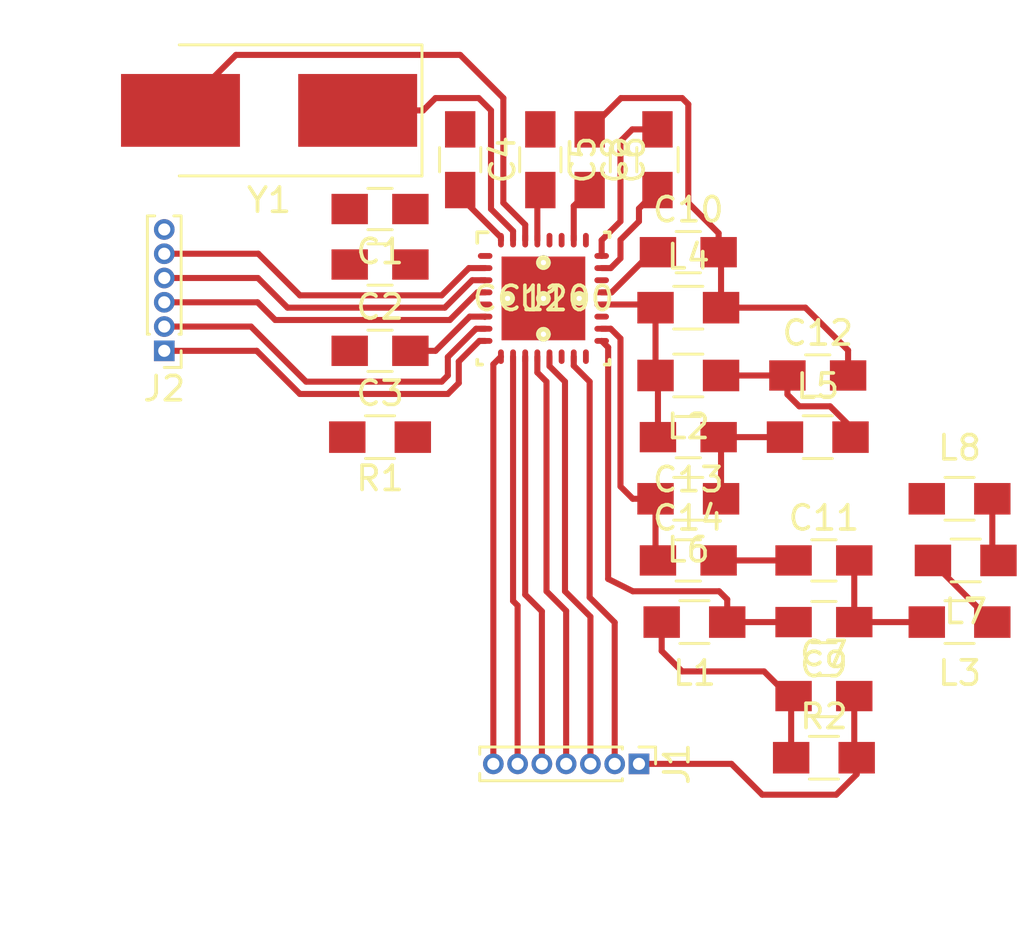
<source format=kicad_pcb>
(kicad_pcb (version 4) (host pcbnew 4.0.7)

  (general
    (links 125)
    (no_connects 82)
    (area 0 0 0 0)
    (thickness 1.6)
    (drawings 0)
    (tracks 147)
    (zones 0)
    (modules 28)
    (nets 35)
  )

  (page A4)
  (layers
    (0 F.Cu signal)
    (31 B.Cu signal)
    (32 B.Adhes user)
    (33 F.Adhes user)
    (34 B.Paste user)
    (35 F.Paste user)
    (36 B.SilkS user)
    (37 F.SilkS user)
    (38 B.Mask user)
    (39 F.Mask user)
    (40 Dwgs.User user)
    (41 Cmts.User user)
    (42 Eco1.User user)
    (43 Eco2.User user)
    (44 Edge.Cuts user)
    (45 Margin user)
    (46 B.CrtYd user)
    (47 F.CrtYd user)
    (48 B.Fab user)
    (49 F.Fab user)
  )

  (setup
    (last_trace_width 0.25)
    (trace_clearance 0.2)
    (zone_clearance 0.508)
    (zone_45_only no)
    (trace_min 0.2)
    (segment_width 0.2)
    (edge_width 0.15)
    (via_size 0.6)
    (via_drill 0.4)
    (via_min_size 0.4)
    (via_min_drill 0.3)
    (uvia_size 0.3)
    (uvia_drill 0.1)
    (uvias_allowed no)
    (uvia_min_size 0.2)
    (uvia_min_drill 0.1)
    (pcb_text_width 0.3)
    (pcb_text_size 1.5 1.5)
    (mod_edge_width 0.15)
    (mod_text_size 1 1)
    (mod_text_width 0.15)
    (pad_size 1.524 1.524)
    (pad_drill 0.762)
    (pad_to_mask_clearance 0.0508)
    (aux_axis_origin 0 0)
    (visible_elements 7FFEFFFF)
    (pcbplotparams
      (layerselection 0x00030_80000001)
      (usegerberextensions false)
      (excludeedgelayer true)
      (linewidth 0.100000)
      (plotframeref false)
      (viasonmask false)
      (mode 1)
      (useauxorigin false)
      (hpglpennumber 1)
      (hpglpenspeed 20)
      (hpglpendiameter 15)
      (hpglpenoverlay 2)
      (psnegative false)
      (psa4output false)
      (plotreference true)
      (plotvalue true)
      (plotinvisibletext false)
      (padsonsilk false)
      (subtractmaskfromsilk false)
      (outputformat 1)
      (mirror false)
      (drillshape 1)
      (scaleselection 1)
      (outputdirectory ""))
  )

  (net 0 "")
  (net 1 Vdd)
  (net 2 GND)
  (net 3 "Net-(C3-Pad1)")
  (net 4 "Net-(C4-Pad2)")
  (net 5 "Net-(C5-Pad2)")
  (net 6 "Net-(C6-Pad2)")
  (net 7 "Net-(C7-Pad1)")
  (net 8 "Net-(C8-Pad1)")
  (net 9 "Net-(C8-Pad2)")
  (net 10 "Net-(C11-Pad2)")
  (net 11 "Net-(C9-Pad2)")
  (net 12 "Net-(C10-Pad1)")
  (net 13 "Net-(C11-Pad1)")
  (net 14 "Net-(C12-Pad1)")
  (net 15 "Net-(C13-Pad1)")
  (net 16 "Net-(C13-Pad2)")
  (net 17 "Net-(C14-Pad1)")
  (net 18 GPIO3)
  (net 19 SI)
  (net 20 SO)
  (net 21 CSn)
  (net 22 AVDD_IF)
  (net 23 RESET)
  (net 24 GPIO2)
  (net 25 SCLK)
  (net 26 GPIO0)
  (net 27 DVDD)
  (net 28 AVDD_RF)
  (net 29 "Net-(L7-Pad1)")
  (net 30 "Net-(AE1-Pad1)")
  (net 31 "Net-(R1-Pad1)")
  (net 32 "Net-(U1-Pad16)")
  (net 33 "Net-(U1-Pad30)")
  (net 34 "Net-(U1-Pad31)")

  (net_class Default "This is the default net class."
    (clearance 0.2)
    (trace_width 0.25)
    (via_dia 0.6)
    (via_drill 0.4)
    (uvia_dia 0.3)
    (uvia_drill 0.1)
    (add_net AVDD_IF)
    (add_net AVDD_RF)
    (add_net CSn)
    (add_net DVDD)
    (add_net GND)
    (add_net GPIO0)
    (add_net GPIO2)
    (add_net GPIO3)
    (add_net "Net-(AE1-Pad1)")
    (add_net "Net-(C10-Pad1)")
    (add_net "Net-(C11-Pad1)")
    (add_net "Net-(C11-Pad2)")
    (add_net "Net-(C12-Pad1)")
    (add_net "Net-(C13-Pad1)")
    (add_net "Net-(C13-Pad2)")
    (add_net "Net-(C14-Pad1)")
    (add_net "Net-(C3-Pad1)")
    (add_net "Net-(C4-Pad2)")
    (add_net "Net-(C5-Pad2)")
    (add_net "Net-(C6-Pad2)")
    (add_net "Net-(C7-Pad1)")
    (add_net "Net-(C8-Pad1)")
    (add_net "Net-(C8-Pad2)")
    (add_net "Net-(C9-Pad2)")
    (add_net "Net-(L7-Pad1)")
    (add_net "Net-(R1-Pad1)")
    (add_net "Net-(U1-Pad16)")
    (add_net "Net-(U1-Pad30)")
    (add_net "Net-(U1-Pad31)")
    (add_net RESET)
    (add_net SCLK)
    (add_net SI)
    (add_net SO)
    (add_net Vdd)
  )

  (module Capacitors_SMD:C_0805_HandSoldering (layer F.Cu) (tedit 58AA84A8) (tstamp 5C3D2E62)
    (at 142.494 110.744 180)
    (descr "Capacitor SMD 0805, hand soldering")
    (tags "capacitor 0805")
    (path /5BDFE617)
    (attr smd)
    (fp_text reference C1 (at 0 -1.75 180) (layer F.SilkS)
      (effects (font (size 1 1) (thickness 0.15)))
    )
    (fp_text value C (at 0 1.75 180) (layer F.Fab)
      (effects (font (size 1 1) (thickness 0.15)))
    )
    (fp_text user %R (at 0 -1.75 180) (layer F.Fab)
      (effects (font (size 1 1) (thickness 0.15)))
    )
    (fp_line (start -1 0.62) (end -1 -0.62) (layer F.Fab) (width 0.1))
    (fp_line (start 1 0.62) (end -1 0.62) (layer F.Fab) (width 0.1))
    (fp_line (start 1 -0.62) (end 1 0.62) (layer F.Fab) (width 0.1))
    (fp_line (start -1 -0.62) (end 1 -0.62) (layer F.Fab) (width 0.1))
    (fp_line (start 0.5 -0.85) (end -0.5 -0.85) (layer F.SilkS) (width 0.12))
    (fp_line (start -0.5 0.85) (end 0.5 0.85) (layer F.SilkS) (width 0.12))
    (fp_line (start -2.25 -0.88) (end 2.25 -0.88) (layer F.CrtYd) (width 0.05))
    (fp_line (start -2.25 -0.88) (end -2.25 0.87) (layer F.CrtYd) (width 0.05))
    (fp_line (start 2.25 0.87) (end 2.25 -0.88) (layer F.CrtYd) (width 0.05))
    (fp_line (start 2.25 0.87) (end -2.25 0.87) (layer F.CrtYd) (width 0.05))
    (pad 1 smd rect (at -1.25 0 180) (size 1.5 1.25) (layers F.Cu F.Paste F.Mask)
      (net 1 Vdd))
    (pad 2 smd rect (at 1.25 0 180) (size 1.5 1.25) (layers F.Cu F.Paste F.Mask)
      (net 2 GND))
    (model Capacitors_SMD.3dshapes/C_0805.wrl
      (at (xyz 0 0 0))
      (scale (xyz 1 1 1))
      (rotate (xyz 0 0 0))
    )
  )

  (module Capacitors_SMD:C_0805_HandSoldering (layer F.Cu) (tedit 58AA84A8) (tstamp 5C3D2E68)
    (at 142.494 113.03 180)
    (descr "Capacitor SMD 0805, hand soldering")
    (tags "capacitor 0805")
    (path /5BE01557)
    (attr smd)
    (fp_text reference C2 (at 0 -1.75 180) (layer F.SilkS)
      (effects (font (size 1 1) (thickness 0.15)))
    )
    (fp_text value C (at 0 1.75 180) (layer F.Fab)
      (effects (font (size 1 1) (thickness 0.15)))
    )
    (fp_text user %R (at 0 -1.75 180) (layer F.Fab)
      (effects (font (size 1 1) (thickness 0.15)))
    )
    (fp_line (start -1 0.62) (end -1 -0.62) (layer F.Fab) (width 0.1))
    (fp_line (start 1 0.62) (end -1 0.62) (layer F.Fab) (width 0.1))
    (fp_line (start 1 -0.62) (end 1 0.62) (layer F.Fab) (width 0.1))
    (fp_line (start -1 -0.62) (end 1 -0.62) (layer F.Fab) (width 0.1))
    (fp_line (start 0.5 -0.85) (end -0.5 -0.85) (layer F.SilkS) (width 0.12))
    (fp_line (start -0.5 0.85) (end 0.5 0.85) (layer F.SilkS) (width 0.12))
    (fp_line (start -2.25 -0.88) (end 2.25 -0.88) (layer F.CrtYd) (width 0.05))
    (fp_line (start -2.25 -0.88) (end -2.25 0.87) (layer F.CrtYd) (width 0.05))
    (fp_line (start 2.25 0.87) (end 2.25 -0.88) (layer F.CrtYd) (width 0.05))
    (fp_line (start 2.25 0.87) (end -2.25 0.87) (layer F.CrtYd) (width 0.05))
    (pad 1 smd rect (at -1.25 0 180) (size 1.5 1.25) (layers F.Cu F.Paste F.Mask)
      (net 1 Vdd))
    (pad 2 smd rect (at 1.25 0 180) (size 1.5 1.25) (layers F.Cu F.Paste F.Mask)
      (net 2 GND))
    (model Capacitors_SMD.3dshapes/C_0805.wrl
      (at (xyz 0 0 0))
      (scale (xyz 1 1 1))
      (rotate (xyz 0 0 0))
    )
  )

  (module Capacitors_SMD:C_0805_HandSoldering (layer F.Cu) (tedit 58AA84A8) (tstamp 5C3D2E6E)
    (at 142.494 116.586 180)
    (descr "Capacitor SMD 0805, hand soldering")
    (tags "capacitor 0805")
    (path /5BDFE5F6)
    (attr smd)
    (fp_text reference C3 (at 0 -1.75 180) (layer F.SilkS)
      (effects (font (size 1 1) (thickness 0.15)))
    )
    (fp_text value C (at 0 1.75 180) (layer F.Fab)
      (effects (font (size 1 1) (thickness 0.15)))
    )
    (fp_text user %R (at 0 -1.75 180) (layer F.Fab)
      (effects (font (size 1 1) (thickness 0.15)))
    )
    (fp_line (start -1 0.62) (end -1 -0.62) (layer F.Fab) (width 0.1))
    (fp_line (start 1 0.62) (end -1 0.62) (layer F.Fab) (width 0.1))
    (fp_line (start 1 -0.62) (end 1 0.62) (layer F.Fab) (width 0.1))
    (fp_line (start -1 -0.62) (end 1 -0.62) (layer F.Fab) (width 0.1))
    (fp_line (start 0.5 -0.85) (end -0.5 -0.85) (layer F.SilkS) (width 0.12))
    (fp_line (start -0.5 0.85) (end 0.5 0.85) (layer F.SilkS) (width 0.12))
    (fp_line (start -2.25 -0.88) (end 2.25 -0.88) (layer F.CrtYd) (width 0.05))
    (fp_line (start -2.25 -0.88) (end -2.25 0.87) (layer F.CrtYd) (width 0.05))
    (fp_line (start 2.25 0.87) (end 2.25 -0.88) (layer F.CrtYd) (width 0.05))
    (fp_line (start 2.25 0.87) (end -2.25 0.87) (layer F.CrtYd) (width 0.05))
    (pad 1 smd rect (at -1.25 0 180) (size 1.5 1.25) (layers F.Cu F.Paste F.Mask)
      (net 3 "Net-(C3-Pad1)"))
    (pad 2 smd rect (at 1.25 0 180) (size 1.5 1.25) (layers F.Cu F.Paste F.Mask)
      (net 2 GND))
    (model Capacitors_SMD.3dshapes/C_0805.wrl
      (at (xyz 0 0 0))
      (scale (xyz 1 1 1))
      (rotate (xyz 0 0 0))
    )
  )

  (module Capacitors_SMD:C_0805_HandSoldering (layer F.Cu) (tedit 58AA84A8) (tstamp 5C3D2E74)
    (at 145.796 108.712 270)
    (descr "Capacitor SMD 0805, hand soldering")
    (tags "capacitor 0805")
    (path /5BEA89C2)
    (attr smd)
    (fp_text reference C4 (at 0 -1.75 270) (layer F.SilkS)
      (effects (font (size 1 1) (thickness 0.15)))
    )
    (fp_text value C (at 0 1.75 270) (layer F.Fab)
      (effects (font (size 1 1) (thickness 0.15)))
    )
    (fp_text user %R (at 0 -1.75 270) (layer F.Fab)
      (effects (font (size 1 1) (thickness 0.15)))
    )
    (fp_line (start -1 0.62) (end -1 -0.62) (layer F.Fab) (width 0.1))
    (fp_line (start 1 0.62) (end -1 0.62) (layer F.Fab) (width 0.1))
    (fp_line (start 1 -0.62) (end 1 0.62) (layer F.Fab) (width 0.1))
    (fp_line (start -1 -0.62) (end 1 -0.62) (layer F.Fab) (width 0.1))
    (fp_line (start 0.5 -0.85) (end -0.5 -0.85) (layer F.SilkS) (width 0.12))
    (fp_line (start -0.5 0.85) (end 0.5 0.85) (layer F.SilkS) (width 0.12))
    (fp_line (start -2.25 -0.88) (end 2.25 -0.88) (layer F.CrtYd) (width 0.05))
    (fp_line (start -2.25 -0.88) (end -2.25 0.87) (layer F.CrtYd) (width 0.05))
    (fp_line (start 2.25 0.87) (end 2.25 -0.88) (layer F.CrtYd) (width 0.05))
    (fp_line (start 2.25 0.87) (end -2.25 0.87) (layer F.CrtYd) (width 0.05))
    (pad 1 smd rect (at -1.25 0 270) (size 1.5 1.25) (layers F.Cu F.Paste F.Mask)
      (net 2 GND))
    (pad 2 smd rect (at 1.25 0 270) (size 1.5 1.25) (layers F.Cu F.Paste F.Mask)
      (net 4 "Net-(C4-Pad2)"))
    (model Capacitors_SMD.3dshapes/C_0805.wrl
      (at (xyz 0 0 0))
      (scale (xyz 1 1 1))
      (rotate (xyz 0 0 0))
    )
  )

  (module Capacitors_SMD:C_0805_HandSoldering (layer F.Cu) (tedit 58AA84A8) (tstamp 5C3D2E7A)
    (at 149.098 108.712 270)
    (descr "Capacitor SMD 0805, hand soldering")
    (tags "capacitor 0805")
    (path /5BDFE641)
    (attr smd)
    (fp_text reference C5 (at 0 -1.75 270) (layer F.SilkS)
      (effects (font (size 1 1) (thickness 0.15)))
    )
    (fp_text value C (at 0 1.75 270) (layer F.Fab)
      (effects (font (size 1 1) (thickness 0.15)))
    )
    (fp_text user %R (at 0 -1.75 270) (layer F.Fab)
      (effects (font (size 1 1) (thickness 0.15)))
    )
    (fp_line (start -1 0.62) (end -1 -0.62) (layer F.Fab) (width 0.1))
    (fp_line (start 1 0.62) (end -1 0.62) (layer F.Fab) (width 0.1))
    (fp_line (start 1 -0.62) (end 1 0.62) (layer F.Fab) (width 0.1))
    (fp_line (start -1 -0.62) (end 1 -0.62) (layer F.Fab) (width 0.1))
    (fp_line (start 0.5 -0.85) (end -0.5 -0.85) (layer F.SilkS) (width 0.12))
    (fp_line (start -0.5 0.85) (end 0.5 0.85) (layer F.SilkS) (width 0.12))
    (fp_line (start -2.25 -0.88) (end 2.25 -0.88) (layer F.CrtYd) (width 0.05))
    (fp_line (start -2.25 -0.88) (end -2.25 0.87) (layer F.CrtYd) (width 0.05))
    (fp_line (start 2.25 0.87) (end 2.25 -0.88) (layer F.CrtYd) (width 0.05))
    (fp_line (start 2.25 0.87) (end -2.25 0.87) (layer F.CrtYd) (width 0.05))
    (pad 1 smd rect (at -1.25 0 270) (size 1.5 1.25) (layers F.Cu F.Paste F.Mask)
      (net 2 GND))
    (pad 2 smd rect (at 1.25 0 270) (size 1.5 1.25) (layers F.Cu F.Paste F.Mask)
      (net 5 "Net-(C5-Pad2)"))
    (model Capacitors_SMD.3dshapes/C_0805.wrl
      (at (xyz 0 0 0))
      (scale (xyz 1 1 1))
      (rotate (xyz 0 0 0))
    )
  )

  (module Capacitors_SMD:C_0805_HandSoldering (layer F.Cu) (tedit 58AA84A8) (tstamp 5C3D2E80)
    (at 151.13 108.712 270)
    (descr "Capacitor SMD 0805, hand soldering")
    (tags "capacitor 0805")
    (path /5BDFE692)
    (attr smd)
    (fp_text reference C6 (at 0 -1.75 270) (layer F.SilkS)
      (effects (font (size 1 1) (thickness 0.15)))
    )
    (fp_text value C (at 0 1.75 270) (layer F.Fab)
      (effects (font (size 1 1) (thickness 0.15)))
    )
    (fp_text user %R (at 0 -1.75 270) (layer F.Fab)
      (effects (font (size 1 1) (thickness 0.15)))
    )
    (fp_line (start -1 0.62) (end -1 -0.62) (layer F.Fab) (width 0.1))
    (fp_line (start 1 0.62) (end -1 0.62) (layer F.Fab) (width 0.1))
    (fp_line (start 1 -0.62) (end 1 0.62) (layer F.Fab) (width 0.1))
    (fp_line (start -1 -0.62) (end 1 -0.62) (layer F.Fab) (width 0.1))
    (fp_line (start 0.5 -0.85) (end -0.5 -0.85) (layer F.SilkS) (width 0.12))
    (fp_line (start -0.5 0.85) (end 0.5 0.85) (layer F.SilkS) (width 0.12))
    (fp_line (start -2.25 -0.88) (end 2.25 -0.88) (layer F.CrtYd) (width 0.05))
    (fp_line (start -2.25 -0.88) (end -2.25 0.87) (layer F.CrtYd) (width 0.05))
    (fp_line (start 2.25 0.87) (end 2.25 -0.88) (layer F.CrtYd) (width 0.05))
    (fp_line (start 2.25 0.87) (end -2.25 0.87) (layer F.CrtYd) (width 0.05))
    (pad 1 smd rect (at -1.25 0 270) (size 1.5 1.25) (layers F.Cu F.Paste F.Mask)
      (net 2 GND))
    (pad 2 smd rect (at 1.25 0 270) (size 1.5 1.25) (layers F.Cu F.Paste F.Mask)
      (net 6 "Net-(C6-Pad2)"))
    (model Capacitors_SMD.3dshapes/C_0805.wrl
      (at (xyz 0 0 0))
      (scale (xyz 1 1 1))
      (rotate (xyz 0 0 0))
    )
  )

  (module Capacitors_SMD:C_0805_HandSoldering (layer F.Cu) (tedit 58AA84A8) (tstamp 5C3D2E86)
    (at 160.782 130.81)
    (descr "Capacitor SMD 0805, hand soldering")
    (tags "capacitor 0805")
    (path /5BE10B52)
    (attr smd)
    (fp_text reference C7 (at 0 -1.75) (layer F.SilkS)
      (effects (font (size 1 1) (thickness 0.15)))
    )
    (fp_text value C (at 0 1.75) (layer F.Fab)
      (effects (font (size 1 1) (thickness 0.15)))
    )
    (fp_text user %R (at 0 -1.75) (layer F.Fab)
      (effects (font (size 1 1) (thickness 0.15)))
    )
    (fp_line (start -1 0.62) (end -1 -0.62) (layer F.Fab) (width 0.1))
    (fp_line (start 1 0.62) (end -1 0.62) (layer F.Fab) (width 0.1))
    (fp_line (start 1 -0.62) (end 1 0.62) (layer F.Fab) (width 0.1))
    (fp_line (start -1 -0.62) (end 1 -0.62) (layer F.Fab) (width 0.1))
    (fp_line (start 0.5 -0.85) (end -0.5 -0.85) (layer F.SilkS) (width 0.12))
    (fp_line (start -0.5 0.85) (end 0.5 0.85) (layer F.SilkS) (width 0.12))
    (fp_line (start -2.25 -0.88) (end 2.25 -0.88) (layer F.CrtYd) (width 0.05))
    (fp_line (start -2.25 -0.88) (end -2.25 0.87) (layer F.CrtYd) (width 0.05))
    (fp_line (start 2.25 0.87) (end 2.25 -0.88) (layer F.CrtYd) (width 0.05))
    (fp_line (start 2.25 0.87) (end -2.25 0.87) (layer F.CrtYd) (width 0.05))
    (pad 1 smd rect (at -1.25 0) (size 1.5 1.25) (layers F.Cu F.Paste F.Mask)
      (net 7 "Net-(C7-Pad1)"))
    (pad 2 smd rect (at 1.25 0) (size 1.5 1.25) (layers F.Cu F.Paste F.Mask)
      (net 1 Vdd))
    (model Capacitors_SMD.3dshapes/C_0805.wrl
      (at (xyz 0 0 0))
      (scale (xyz 1 1 1))
      (rotate (xyz 0 0 0))
    )
  )

  (module Capacitors_SMD:C_0805_HandSoldering (layer F.Cu) (tedit 58AA84A8) (tstamp 5C3D2E8C)
    (at 153.924 108.712 90)
    (descr "Capacitor SMD 0805, hand soldering")
    (tags "capacitor 0805")
    (path /5BDFE6D7)
    (attr smd)
    (fp_text reference C8 (at 0 -1.75 90) (layer F.SilkS)
      (effects (font (size 1 1) (thickness 0.15)))
    )
    (fp_text value C (at 0 1.75 90) (layer F.Fab)
      (effects (font (size 1 1) (thickness 0.15)))
    )
    (fp_text user %R (at 0 -1.75 90) (layer F.Fab)
      (effects (font (size 1 1) (thickness 0.15)))
    )
    (fp_line (start -1 0.62) (end -1 -0.62) (layer F.Fab) (width 0.1))
    (fp_line (start 1 0.62) (end -1 0.62) (layer F.Fab) (width 0.1))
    (fp_line (start 1 -0.62) (end 1 0.62) (layer F.Fab) (width 0.1))
    (fp_line (start -1 -0.62) (end 1 -0.62) (layer F.Fab) (width 0.1))
    (fp_line (start 0.5 -0.85) (end -0.5 -0.85) (layer F.SilkS) (width 0.12))
    (fp_line (start -0.5 0.85) (end 0.5 0.85) (layer F.SilkS) (width 0.12))
    (fp_line (start -2.25 -0.88) (end 2.25 -0.88) (layer F.CrtYd) (width 0.05))
    (fp_line (start -2.25 -0.88) (end -2.25 0.87) (layer F.CrtYd) (width 0.05))
    (fp_line (start 2.25 0.87) (end 2.25 -0.88) (layer F.CrtYd) (width 0.05))
    (fp_line (start 2.25 0.87) (end -2.25 0.87) (layer F.CrtYd) (width 0.05))
    (pad 1 smd rect (at -1.25 0 90) (size 1.5 1.25) (layers F.Cu F.Paste F.Mask)
      (net 8 "Net-(C8-Pad1)"))
    (pad 2 smd rect (at 1.25 0 90) (size 1.5 1.25) (layers F.Cu F.Paste F.Mask)
      (net 9 "Net-(C8-Pad2)"))
    (model Capacitors_SMD.3dshapes/C_0805.wrl
      (at (xyz 0 0 0))
      (scale (xyz 1 1 1))
      (rotate (xyz 0 0 0))
    )
  )

  (module Capacitors_SMD:C_0805_HandSoldering (layer F.Cu) (tedit 58AA84A8) (tstamp 5C3D2E92)
    (at 160.782 127.762 180)
    (descr "Capacitor SMD 0805, hand soldering")
    (tags "capacitor 0805")
    (path /5BE0FD8B)
    (attr smd)
    (fp_text reference C9 (at 0 -1.75 180) (layer F.SilkS)
      (effects (font (size 1 1) (thickness 0.15)))
    )
    (fp_text value C (at 0 1.75 180) (layer F.Fab)
      (effects (font (size 1 1) (thickness 0.15)))
    )
    (fp_text user %R (at 0 -1.75 180) (layer F.Fab)
      (effects (font (size 1 1) (thickness 0.15)))
    )
    (fp_line (start -1 0.62) (end -1 -0.62) (layer F.Fab) (width 0.1))
    (fp_line (start 1 0.62) (end -1 0.62) (layer F.Fab) (width 0.1))
    (fp_line (start 1 -0.62) (end 1 0.62) (layer F.Fab) (width 0.1))
    (fp_line (start -1 -0.62) (end 1 -0.62) (layer F.Fab) (width 0.1))
    (fp_line (start 0.5 -0.85) (end -0.5 -0.85) (layer F.SilkS) (width 0.12))
    (fp_line (start -0.5 0.85) (end 0.5 0.85) (layer F.SilkS) (width 0.12))
    (fp_line (start -2.25 -0.88) (end 2.25 -0.88) (layer F.CrtYd) (width 0.05))
    (fp_line (start -2.25 -0.88) (end -2.25 0.87) (layer F.CrtYd) (width 0.05))
    (fp_line (start 2.25 0.87) (end 2.25 -0.88) (layer F.CrtYd) (width 0.05))
    (fp_line (start 2.25 0.87) (end -2.25 0.87) (layer F.CrtYd) (width 0.05))
    (pad 1 smd rect (at -1.25 0 180) (size 1.5 1.25) (layers F.Cu F.Paste F.Mask)
      (net 10 "Net-(C11-Pad2)"))
    (pad 2 smd rect (at 1.25 0 180) (size 1.5 1.25) (layers F.Cu F.Paste F.Mask)
      (net 11 "Net-(C9-Pad2)"))
    (model Capacitors_SMD.3dshapes/C_0805.wrl
      (at (xyz 0 0 0))
      (scale (xyz 1 1 1))
      (rotate (xyz 0 0 0))
    )
  )

  (module Capacitors_SMD:C_0805_HandSoldering (layer F.Cu) (tedit 58AA84A8) (tstamp 5C3D2E98)
    (at 155.194 112.522)
    (descr "Capacitor SMD 0805, hand soldering")
    (tags "capacitor 0805")
    (path /5BDFE972)
    (attr smd)
    (fp_text reference C10 (at 0 -1.75) (layer F.SilkS)
      (effects (font (size 1 1) (thickness 0.15)))
    )
    (fp_text value C (at 0 1.75) (layer F.Fab)
      (effects (font (size 1 1) (thickness 0.15)))
    )
    (fp_text user %R (at 0 -1.75) (layer F.Fab)
      (effects (font (size 1 1) (thickness 0.15)))
    )
    (fp_line (start -1 0.62) (end -1 -0.62) (layer F.Fab) (width 0.1))
    (fp_line (start 1 0.62) (end -1 0.62) (layer F.Fab) (width 0.1))
    (fp_line (start 1 -0.62) (end 1 0.62) (layer F.Fab) (width 0.1))
    (fp_line (start -1 -0.62) (end 1 -0.62) (layer F.Fab) (width 0.1))
    (fp_line (start 0.5 -0.85) (end -0.5 -0.85) (layer F.SilkS) (width 0.12))
    (fp_line (start -0.5 0.85) (end 0.5 0.85) (layer F.SilkS) (width 0.12))
    (fp_line (start -2.25 -0.88) (end 2.25 -0.88) (layer F.CrtYd) (width 0.05))
    (fp_line (start -2.25 -0.88) (end -2.25 0.87) (layer F.CrtYd) (width 0.05))
    (fp_line (start 2.25 0.87) (end 2.25 -0.88) (layer F.CrtYd) (width 0.05))
    (fp_line (start 2.25 0.87) (end -2.25 0.87) (layer F.CrtYd) (width 0.05))
    (pad 1 smd rect (at -1.25 0) (size 1.5 1.25) (layers F.Cu F.Paste F.Mask)
      (net 12 "Net-(C10-Pad1)"))
    (pad 2 smd rect (at 1.25 0) (size 1.5 1.25) (layers F.Cu F.Paste F.Mask)
      (net 2 GND))
    (model Capacitors_SMD.3dshapes/C_0805.wrl
      (at (xyz 0 0 0))
      (scale (xyz 1 1 1))
      (rotate (xyz 0 0 0))
    )
  )

  (module Capacitors_SMD:C_0805_HandSoldering (layer F.Cu) (tedit 58AA84A8) (tstamp 5C3D2E9E)
    (at 160.782 125.222)
    (descr "Capacitor SMD 0805, hand soldering")
    (tags "capacitor 0805")
    (path /5BE0FECF)
    (attr smd)
    (fp_text reference C11 (at 0 -1.75) (layer F.SilkS)
      (effects (font (size 1 1) (thickness 0.15)))
    )
    (fp_text value C (at 0 1.75) (layer F.Fab)
      (effects (font (size 1 1) (thickness 0.15)))
    )
    (fp_text user %R (at 0 -1.75) (layer F.Fab)
      (effects (font (size 1 1) (thickness 0.15)))
    )
    (fp_line (start -1 0.62) (end -1 -0.62) (layer F.Fab) (width 0.1))
    (fp_line (start 1 0.62) (end -1 0.62) (layer F.Fab) (width 0.1))
    (fp_line (start 1 -0.62) (end 1 0.62) (layer F.Fab) (width 0.1))
    (fp_line (start -1 -0.62) (end 1 -0.62) (layer F.Fab) (width 0.1))
    (fp_line (start 0.5 -0.85) (end -0.5 -0.85) (layer F.SilkS) (width 0.12))
    (fp_line (start -0.5 0.85) (end 0.5 0.85) (layer F.SilkS) (width 0.12))
    (fp_line (start -2.25 -0.88) (end 2.25 -0.88) (layer F.CrtYd) (width 0.05))
    (fp_line (start -2.25 -0.88) (end -2.25 0.87) (layer F.CrtYd) (width 0.05))
    (fp_line (start 2.25 0.87) (end 2.25 -0.88) (layer F.CrtYd) (width 0.05))
    (fp_line (start 2.25 0.87) (end -2.25 0.87) (layer F.CrtYd) (width 0.05))
    (pad 1 smd rect (at -1.25 0) (size 1.5 1.25) (layers F.Cu F.Paste F.Mask)
      (net 13 "Net-(C11-Pad1)"))
    (pad 2 smd rect (at 1.25 0) (size 1.5 1.25) (layers F.Cu F.Paste F.Mask)
      (net 10 "Net-(C11-Pad2)"))
    (model Capacitors_SMD.3dshapes/C_0805.wrl
      (at (xyz 0 0 0))
      (scale (xyz 1 1 1))
      (rotate (xyz 0 0 0))
    )
  )

  (module Capacitors_SMD:C_0805_HandSoldering (layer F.Cu) (tedit 58AA84A8) (tstamp 5C3D2EA4)
    (at 160.528 117.602)
    (descr "Capacitor SMD 0805, hand soldering")
    (tags "capacitor 0805")
    (path /5BDFE7F0)
    (attr smd)
    (fp_text reference C12 (at 0 -1.75) (layer F.SilkS)
      (effects (font (size 1 1) (thickness 0.15)))
    )
    (fp_text value C (at 0 1.75) (layer F.Fab)
      (effects (font (size 1 1) (thickness 0.15)))
    )
    (fp_text user %R (at 0 -1.75) (layer F.Fab)
      (effects (font (size 1 1) (thickness 0.15)))
    )
    (fp_line (start -1 0.62) (end -1 -0.62) (layer F.Fab) (width 0.1))
    (fp_line (start 1 0.62) (end -1 0.62) (layer F.Fab) (width 0.1))
    (fp_line (start 1 -0.62) (end 1 0.62) (layer F.Fab) (width 0.1))
    (fp_line (start -1 -0.62) (end 1 -0.62) (layer F.Fab) (width 0.1))
    (fp_line (start 0.5 -0.85) (end -0.5 -0.85) (layer F.SilkS) (width 0.12))
    (fp_line (start -0.5 0.85) (end 0.5 0.85) (layer F.SilkS) (width 0.12))
    (fp_line (start -2.25 -0.88) (end 2.25 -0.88) (layer F.CrtYd) (width 0.05))
    (fp_line (start -2.25 -0.88) (end -2.25 0.87) (layer F.CrtYd) (width 0.05))
    (fp_line (start 2.25 0.87) (end 2.25 -0.88) (layer F.CrtYd) (width 0.05))
    (fp_line (start 2.25 0.87) (end -2.25 0.87) (layer F.CrtYd) (width 0.05))
    (pad 1 smd rect (at -1.25 0) (size 1.5 1.25) (layers F.Cu F.Paste F.Mask)
      (net 14 "Net-(C12-Pad1)"))
    (pad 2 smd rect (at 1.25 0) (size 1.5 1.25) (layers F.Cu F.Paste F.Mask)
      (net 2 GND))
    (model Capacitors_SMD.3dshapes/C_0805.wrl
      (at (xyz 0 0 0))
      (scale (xyz 1 1 1))
      (rotate (xyz 0 0 0))
    )
  )

  (module Capacitors_SMD:C_0805_HandSoldering (layer F.Cu) (tedit 58AA84A8) (tstamp 5C3D2EAA)
    (at 155.194 120.142 180)
    (descr "Capacitor SMD 0805, hand soldering")
    (tags "capacitor 0805")
    (path /5BDFE7C5)
    (attr smd)
    (fp_text reference C13 (at 0 -1.75 180) (layer F.SilkS)
      (effects (font (size 1 1) (thickness 0.15)))
    )
    (fp_text value C (at 0 1.75 180) (layer F.Fab)
      (effects (font (size 1 1) (thickness 0.15)))
    )
    (fp_text user %R (at 0 -1.75 180) (layer F.Fab)
      (effects (font (size 1 1) (thickness 0.15)))
    )
    (fp_line (start -1 0.62) (end -1 -0.62) (layer F.Fab) (width 0.1))
    (fp_line (start 1 0.62) (end -1 0.62) (layer F.Fab) (width 0.1))
    (fp_line (start 1 -0.62) (end 1 0.62) (layer F.Fab) (width 0.1))
    (fp_line (start -1 -0.62) (end 1 -0.62) (layer F.Fab) (width 0.1))
    (fp_line (start 0.5 -0.85) (end -0.5 -0.85) (layer F.SilkS) (width 0.12))
    (fp_line (start -0.5 0.85) (end 0.5 0.85) (layer F.SilkS) (width 0.12))
    (fp_line (start -2.25 -0.88) (end 2.25 -0.88) (layer F.CrtYd) (width 0.05))
    (fp_line (start -2.25 -0.88) (end -2.25 0.87) (layer F.CrtYd) (width 0.05))
    (fp_line (start 2.25 0.87) (end 2.25 -0.88) (layer F.CrtYd) (width 0.05))
    (fp_line (start 2.25 0.87) (end -2.25 0.87) (layer F.CrtYd) (width 0.05))
    (pad 1 smd rect (at -1.25 0 180) (size 1.5 1.25) (layers F.Cu F.Paste F.Mask)
      (net 15 "Net-(C13-Pad1)"))
    (pad 2 smd rect (at 1.25 0 180) (size 1.5 1.25) (layers F.Cu F.Paste F.Mask)
      (net 16 "Net-(C13-Pad2)"))
    (model Capacitors_SMD.3dshapes/C_0805.wrl
      (at (xyz 0 0 0))
      (scale (xyz 1 1 1))
      (rotate (xyz 0 0 0))
    )
  )

  (module Capacitors_SMD:C_0805_HandSoldering (layer F.Cu) (tedit 58AA84A8) (tstamp 5C3D2EB0)
    (at 155.194 125.222)
    (descr "Capacitor SMD 0805, hand soldering")
    (tags "capacitor 0805")
    (path /5BE0F075)
    (attr smd)
    (fp_text reference C14 (at 0 -1.75) (layer F.SilkS)
      (effects (font (size 1 1) (thickness 0.15)))
    )
    (fp_text value C (at 0 1.75) (layer F.Fab)
      (effects (font (size 1 1) (thickness 0.15)))
    )
    (fp_text user %R (at 0 -1.75) (layer F.Fab)
      (effects (font (size 1 1) (thickness 0.15)))
    )
    (fp_line (start -1 0.62) (end -1 -0.62) (layer F.Fab) (width 0.1))
    (fp_line (start 1 0.62) (end -1 0.62) (layer F.Fab) (width 0.1))
    (fp_line (start 1 -0.62) (end 1 0.62) (layer F.Fab) (width 0.1))
    (fp_line (start -1 -0.62) (end 1 -0.62) (layer F.Fab) (width 0.1))
    (fp_line (start 0.5 -0.85) (end -0.5 -0.85) (layer F.SilkS) (width 0.12))
    (fp_line (start -0.5 0.85) (end 0.5 0.85) (layer F.SilkS) (width 0.12))
    (fp_line (start -2.25 -0.88) (end 2.25 -0.88) (layer F.CrtYd) (width 0.05))
    (fp_line (start -2.25 -0.88) (end -2.25 0.87) (layer F.CrtYd) (width 0.05))
    (fp_line (start 2.25 0.87) (end 2.25 -0.88) (layer F.CrtYd) (width 0.05))
    (fp_line (start 2.25 0.87) (end -2.25 0.87) (layer F.CrtYd) (width 0.05))
    (pad 1 smd rect (at -1.25 0) (size 1.5 1.25) (layers F.Cu F.Paste F.Mask)
      (net 17 "Net-(C14-Pad1)"))
    (pad 2 smd rect (at 1.25 0) (size 1.5 1.25) (layers F.Cu F.Paste F.Mask)
      (net 13 "Net-(C11-Pad1)"))
    (model Capacitors_SMD.3dshapes/C_0805.wrl
      (at (xyz 0 0 0))
      (scale (xyz 1 1 1))
      (rotate (xyz 0 0 0))
    )
  )

  (module Inductors_SMD:L_0805_HandSoldering (layer F.Cu) (tedit 58307B90) (tstamp 5C3D2EC7)
    (at 155.448 127.762 180)
    (descr "Resistor SMD 0805, hand soldering")
    (tags "resistor 0805")
    (path /5BE10A29)
    (attr smd)
    (fp_text reference L1 (at 0 -2.1 180) (layer F.SilkS)
      (effects (font (size 1 1) (thickness 0.15)))
    )
    (fp_text value L (at 0 2.1 180) (layer F.Fab)
      (effects (font (size 1 1) (thickness 0.15)))
    )
    (fp_text user %R (at 0 0 180) (layer F.Fab)
      (effects (font (size 0.5 0.5) (thickness 0.075)))
    )
    (fp_line (start -1 0.62) (end -1 -0.62) (layer F.Fab) (width 0.1))
    (fp_line (start 1 0.62) (end -1 0.62) (layer F.Fab) (width 0.1))
    (fp_line (start 1 -0.62) (end 1 0.62) (layer F.Fab) (width 0.1))
    (fp_line (start -1 -0.62) (end 1 -0.62) (layer F.Fab) (width 0.1))
    (fp_line (start -2.4 -1) (end 2.4 -1) (layer F.CrtYd) (width 0.05))
    (fp_line (start -2.4 1) (end 2.4 1) (layer F.CrtYd) (width 0.05))
    (fp_line (start -2.4 -1) (end -2.4 1) (layer F.CrtYd) (width 0.05))
    (fp_line (start 2.4 -1) (end 2.4 1) (layer F.CrtYd) (width 0.05))
    (fp_line (start 0.6 0.88) (end -0.6 0.88) (layer F.SilkS) (width 0.12))
    (fp_line (start -0.6 -0.88) (end 0.6 -0.88) (layer F.SilkS) (width 0.12))
    (pad 1 smd rect (at -1.35 0 180) (size 1.5 1.3) (layers F.Cu F.Paste F.Mask)
      (net 11 "Net-(C9-Pad2)"))
    (pad 2 smd rect (at 1.35 0 180) (size 1.5 1.3) (layers F.Cu F.Paste F.Mask)
      (net 7 "Net-(C7-Pad1)"))
    (model ${KISYS3DMOD}/Inductors_SMD.3dshapes/L_0805.wrl
      (at (xyz 0 0 0))
      (scale (xyz 1 1 1))
      (rotate (xyz 0 0 0))
    )
  )

  (module Inductors_SMD:L_0805_HandSoldering (layer F.Cu) (tedit 58307B90) (tstamp 5C3D2ECD)
    (at 155.194 117.602 180)
    (descr "Resistor SMD 0805, hand soldering")
    (tags "resistor 0805")
    (path /5BDFE883)
    (attr smd)
    (fp_text reference L2 (at 0 -2.1 180) (layer F.SilkS)
      (effects (font (size 1 1) (thickness 0.15)))
    )
    (fp_text value L (at 0 2.1 180) (layer F.Fab)
      (effects (font (size 1 1) (thickness 0.15)))
    )
    (fp_text user %R (at 0 0 180) (layer F.Fab)
      (effects (font (size 0.5 0.5) (thickness 0.075)))
    )
    (fp_line (start -1 0.62) (end -1 -0.62) (layer F.Fab) (width 0.1))
    (fp_line (start 1 0.62) (end -1 0.62) (layer F.Fab) (width 0.1))
    (fp_line (start 1 -0.62) (end 1 0.62) (layer F.Fab) (width 0.1))
    (fp_line (start -1 -0.62) (end 1 -0.62) (layer F.Fab) (width 0.1))
    (fp_line (start -2.4 -1) (end 2.4 -1) (layer F.CrtYd) (width 0.05))
    (fp_line (start -2.4 1) (end 2.4 1) (layer F.CrtYd) (width 0.05))
    (fp_line (start -2.4 -1) (end -2.4 1) (layer F.CrtYd) (width 0.05))
    (fp_line (start 2.4 -1) (end 2.4 1) (layer F.CrtYd) (width 0.05))
    (fp_line (start 0.6 0.88) (end -0.6 0.88) (layer F.SilkS) (width 0.12))
    (fp_line (start -0.6 -0.88) (end 0.6 -0.88) (layer F.SilkS) (width 0.12))
    (pad 1 smd rect (at -1.35 0 180) (size 1.5 1.3) (layers F.Cu F.Paste F.Mask)
      (net 14 "Net-(C12-Pad1)"))
    (pad 2 smd rect (at 1.35 0 180) (size 1.5 1.3) (layers F.Cu F.Paste F.Mask)
      (net 16 "Net-(C13-Pad2)"))
    (model ${KISYS3DMOD}/Inductors_SMD.3dshapes/L_0805.wrl
      (at (xyz 0 0 0))
      (scale (xyz 1 1 1))
      (rotate (xyz 0 0 0))
    )
  )

  (module Inductors_SMD:L_0805_HandSoldering (layer F.Cu) (tedit 58307B90) (tstamp 5C3D2ED3)
    (at 166.37 127.762 180)
    (descr "Resistor SMD 0805, hand soldering")
    (tags "resistor 0805")
    (path /5BE0FDEA)
    (attr smd)
    (fp_text reference L3 (at 0 -2.1 180) (layer F.SilkS)
      (effects (font (size 1 1) (thickness 0.15)))
    )
    (fp_text value L (at 0 2.1 180) (layer F.Fab)
      (effects (font (size 1 1) (thickness 0.15)))
    )
    (fp_text user %R (at 0 0 180) (layer F.Fab)
      (effects (font (size 0.5 0.5) (thickness 0.075)))
    )
    (fp_line (start -1 0.62) (end -1 -0.62) (layer F.Fab) (width 0.1))
    (fp_line (start 1 0.62) (end -1 0.62) (layer F.Fab) (width 0.1))
    (fp_line (start 1 -0.62) (end 1 0.62) (layer F.Fab) (width 0.1))
    (fp_line (start -1 -0.62) (end 1 -0.62) (layer F.Fab) (width 0.1))
    (fp_line (start -2.4 -1) (end 2.4 -1) (layer F.CrtYd) (width 0.05))
    (fp_line (start -2.4 1) (end 2.4 1) (layer F.CrtYd) (width 0.05))
    (fp_line (start -2.4 -1) (end -2.4 1) (layer F.CrtYd) (width 0.05))
    (fp_line (start 2.4 -1) (end 2.4 1) (layer F.CrtYd) (width 0.05))
    (fp_line (start 0.6 0.88) (end -0.6 0.88) (layer F.SilkS) (width 0.12))
    (fp_line (start -0.6 -0.88) (end 0.6 -0.88) (layer F.SilkS) (width 0.12))
    (pad 1 smd rect (at -1.35 0 180) (size 1.5 1.3) (layers F.Cu F.Paste F.Mask)
      (net 13 "Net-(C11-Pad1)"))
    (pad 2 smd rect (at 1.35 0 180) (size 1.5 1.3) (layers F.Cu F.Paste F.Mask)
      (net 10 "Net-(C11-Pad2)"))
    (model ${KISYS3DMOD}/Inductors_SMD.3dshapes/L_0805.wrl
      (at (xyz 0 0 0))
      (scale (xyz 1 1 1))
      (rotate (xyz 0 0 0))
    )
  )

  (module Inductors_SMD:L_0805_HandSoldering (layer F.Cu) (tedit 58307B90) (tstamp 5C3D2ED9)
    (at 155.194 114.808)
    (descr "Resistor SMD 0805, hand soldering")
    (tags "resistor 0805")
    (path /5BDFE714)
    (attr smd)
    (fp_text reference L4 (at 0 -2.1) (layer F.SilkS)
      (effects (font (size 1 1) (thickness 0.15)))
    )
    (fp_text value L (at 0 2.1) (layer F.Fab)
      (effects (font (size 1 1) (thickness 0.15)))
    )
    (fp_text user %R (at 0 0) (layer F.Fab)
      (effects (font (size 0.5 0.5) (thickness 0.075)))
    )
    (fp_line (start -1 0.62) (end -1 -0.62) (layer F.Fab) (width 0.1))
    (fp_line (start 1 0.62) (end -1 0.62) (layer F.Fab) (width 0.1))
    (fp_line (start 1 -0.62) (end 1 0.62) (layer F.Fab) (width 0.1))
    (fp_line (start -1 -0.62) (end 1 -0.62) (layer F.Fab) (width 0.1))
    (fp_line (start -2.4 -1) (end 2.4 -1) (layer F.CrtYd) (width 0.05))
    (fp_line (start -2.4 1) (end 2.4 1) (layer F.CrtYd) (width 0.05))
    (fp_line (start -2.4 -1) (end -2.4 1) (layer F.CrtYd) (width 0.05))
    (fp_line (start 2.4 -1) (end 2.4 1) (layer F.CrtYd) (width 0.05))
    (fp_line (start 0.6 0.88) (end -0.6 0.88) (layer F.SilkS) (width 0.12))
    (fp_line (start -0.6 -0.88) (end 0.6 -0.88) (layer F.SilkS) (width 0.12))
    (pad 1 smd rect (at -1.35 0) (size 1.5 1.3) (layers F.Cu F.Paste F.Mask)
      (net 16 "Net-(C13-Pad2)"))
    (pad 2 smd rect (at 1.35 0) (size 1.5 1.3) (layers F.Cu F.Paste F.Mask)
      (net 2 GND))
    (model ${KISYS3DMOD}/Inductors_SMD.3dshapes/L_0805.wrl
      (at (xyz 0 0 0))
      (scale (xyz 1 1 1))
      (rotate (xyz 0 0 0))
    )
  )

  (module Inductors_SMD:L_0805_HandSoldering (layer F.Cu) (tedit 58307B90) (tstamp 5C3D2EDF)
    (at 160.528 120.142)
    (descr "Resistor SMD 0805, hand soldering")
    (tags "resistor 0805")
    (path /5BE0EB26)
    (attr smd)
    (fp_text reference L5 (at 0 -2.1) (layer F.SilkS)
      (effects (font (size 1 1) (thickness 0.15)))
    )
    (fp_text value L (at 0 2.1) (layer F.Fab)
      (effects (font (size 1 1) (thickness 0.15)))
    )
    (fp_text user %R (at 0 0) (layer F.Fab)
      (effects (font (size 0.5 0.5) (thickness 0.075)))
    )
    (fp_line (start -1 0.62) (end -1 -0.62) (layer F.Fab) (width 0.1))
    (fp_line (start 1 0.62) (end -1 0.62) (layer F.Fab) (width 0.1))
    (fp_line (start 1 -0.62) (end 1 0.62) (layer F.Fab) (width 0.1))
    (fp_line (start -1 -0.62) (end 1 -0.62) (layer F.Fab) (width 0.1))
    (fp_line (start -2.4 -1) (end 2.4 -1) (layer F.CrtYd) (width 0.05))
    (fp_line (start -2.4 1) (end 2.4 1) (layer F.CrtYd) (width 0.05))
    (fp_line (start -2.4 -1) (end -2.4 1) (layer F.CrtYd) (width 0.05))
    (fp_line (start 2.4 -1) (end 2.4 1) (layer F.CrtYd) (width 0.05))
    (fp_line (start 0.6 0.88) (end -0.6 0.88) (layer F.SilkS) (width 0.12))
    (fp_line (start -0.6 -0.88) (end 0.6 -0.88) (layer F.SilkS) (width 0.12))
    (pad 1 smd rect (at -1.35 0) (size 1.5 1.3) (layers F.Cu F.Paste F.Mask)
      (net 15 "Net-(C13-Pad1)"))
    (pad 2 smd rect (at 1.35 0) (size 1.5 1.3) (layers F.Cu F.Paste F.Mask)
      (net 14 "Net-(C12-Pad1)"))
    (model ${KISYS3DMOD}/Inductors_SMD.3dshapes/L_0805.wrl
      (at (xyz 0 0 0))
      (scale (xyz 1 1 1))
      (rotate (xyz 0 0 0))
    )
  )

  (module Inductors_SMD:L_0805_HandSoldering (layer F.Cu) (tedit 58307B90) (tstamp 5C3D2EE5)
    (at 155.194 122.682 180)
    (descr "Resistor SMD 0805, hand soldering")
    (tags "resistor 0805")
    (path /5BE0EBEF)
    (attr smd)
    (fp_text reference L6 (at 0 -2.1 180) (layer F.SilkS)
      (effects (font (size 1 1) (thickness 0.15)))
    )
    (fp_text value L (at 0 2.1 180) (layer F.Fab)
      (effects (font (size 1 1) (thickness 0.15)))
    )
    (fp_text user %R (at 0 0 180) (layer F.Fab)
      (effects (font (size 0.5 0.5) (thickness 0.075)))
    )
    (fp_line (start -1 0.62) (end -1 -0.62) (layer F.Fab) (width 0.1))
    (fp_line (start 1 0.62) (end -1 0.62) (layer F.Fab) (width 0.1))
    (fp_line (start 1 -0.62) (end 1 0.62) (layer F.Fab) (width 0.1))
    (fp_line (start -1 -0.62) (end 1 -0.62) (layer F.Fab) (width 0.1))
    (fp_line (start -2.4 -1) (end 2.4 -1) (layer F.CrtYd) (width 0.05))
    (fp_line (start -2.4 1) (end 2.4 1) (layer F.CrtYd) (width 0.05))
    (fp_line (start -2.4 -1) (end -2.4 1) (layer F.CrtYd) (width 0.05))
    (fp_line (start 2.4 -1) (end 2.4 1) (layer F.CrtYd) (width 0.05))
    (fp_line (start 0.6 0.88) (end -0.6 0.88) (layer F.SilkS) (width 0.12))
    (fp_line (start -0.6 -0.88) (end 0.6 -0.88) (layer F.SilkS) (width 0.12))
    (pad 1 smd rect (at -1.35 0 180) (size 1.5 1.3) (layers F.Cu F.Paste F.Mask)
      (net 15 "Net-(C13-Pad1)"))
    (pad 2 smd rect (at 1.35 0 180) (size 1.5 1.3) (layers F.Cu F.Paste F.Mask)
      (net 17 "Net-(C14-Pad1)"))
    (model ${KISYS3DMOD}/Inductors_SMD.3dshapes/L_0805.wrl
      (at (xyz 0 0 0))
      (scale (xyz 1 1 1))
      (rotate (xyz 0 0 0))
    )
  )

  (module Inductors_SMD:L_0805_HandSoldering (layer F.Cu) (tedit 58307B90) (tstamp 5C3D2EEB)
    (at 166.624 125.222 180)
    (descr "Resistor SMD 0805, hand soldering")
    (tags "resistor 0805")
    (path /5BE100CC)
    (attr smd)
    (fp_text reference L7 (at 0 -2.1 180) (layer F.SilkS)
      (effects (font (size 1 1) (thickness 0.15)))
    )
    (fp_text value L (at 0 2.1 180) (layer F.Fab)
      (effects (font (size 1 1) (thickness 0.15)))
    )
    (fp_text user %R (at 0 0 180) (layer F.Fab)
      (effects (font (size 0.5 0.5) (thickness 0.075)))
    )
    (fp_line (start -1 0.62) (end -1 -0.62) (layer F.Fab) (width 0.1))
    (fp_line (start 1 0.62) (end -1 0.62) (layer F.Fab) (width 0.1))
    (fp_line (start 1 -0.62) (end 1 0.62) (layer F.Fab) (width 0.1))
    (fp_line (start -1 -0.62) (end 1 -0.62) (layer F.Fab) (width 0.1))
    (fp_line (start -2.4 -1) (end 2.4 -1) (layer F.CrtYd) (width 0.05))
    (fp_line (start -2.4 1) (end 2.4 1) (layer F.CrtYd) (width 0.05))
    (fp_line (start -2.4 -1) (end -2.4 1) (layer F.CrtYd) (width 0.05))
    (fp_line (start 2.4 -1) (end 2.4 1) (layer F.CrtYd) (width 0.05))
    (fp_line (start 0.6 0.88) (end -0.6 0.88) (layer F.SilkS) (width 0.12))
    (fp_line (start -0.6 -0.88) (end 0.6 -0.88) (layer F.SilkS) (width 0.12))
    (pad 1 smd rect (at -1.35 0 180) (size 1.5 1.3) (layers F.Cu F.Paste F.Mask)
      (net 29 "Net-(L7-Pad1)"))
    (pad 2 smd rect (at 1.35 0 180) (size 1.5 1.3) (layers F.Cu F.Paste F.Mask)
      (net 13 "Net-(C11-Pad1)"))
    (model ${KISYS3DMOD}/Inductors_SMD.3dshapes/L_0805.wrl
      (at (xyz 0 0 0))
      (scale (xyz 1 1 1))
      (rotate (xyz 0 0 0))
    )
  )

  (module Inductors_SMD:L_0805_HandSoldering (layer F.Cu) (tedit 58307B90) (tstamp 5C3D2EF1)
    (at 166.37 122.682)
    (descr "Resistor SMD 0805, hand soldering")
    (tags "resistor 0805")
    (path /5BE104D9)
    (attr smd)
    (fp_text reference L8 (at 0 -2.1) (layer F.SilkS)
      (effects (font (size 1 1) (thickness 0.15)))
    )
    (fp_text value L (at 0 2.1) (layer F.Fab)
      (effects (font (size 1 1) (thickness 0.15)))
    )
    (fp_text user %R (at 0 0) (layer F.Fab)
      (effects (font (size 0.5 0.5) (thickness 0.075)))
    )
    (fp_line (start -1 0.62) (end -1 -0.62) (layer F.Fab) (width 0.1))
    (fp_line (start 1 0.62) (end -1 0.62) (layer F.Fab) (width 0.1))
    (fp_line (start 1 -0.62) (end 1 0.62) (layer F.Fab) (width 0.1))
    (fp_line (start -1 -0.62) (end 1 -0.62) (layer F.Fab) (width 0.1))
    (fp_line (start -2.4 -1) (end 2.4 -1) (layer F.CrtYd) (width 0.05))
    (fp_line (start -2.4 1) (end 2.4 1) (layer F.CrtYd) (width 0.05))
    (fp_line (start -2.4 -1) (end -2.4 1) (layer F.CrtYd) (width 0.05))
    (fp_line (start 2.4 -1) (end 2.4 1) (layer F.CrtYd) (width 0.05))
    (fp_line (start 0.6 0.88) (end -0.6 0.88) (layer F.SilkS) (width 0.12))
    (fp_line (start -0.6 -0.88) (end 0.6 -0.88) (layer F.SilkS) (width 0.12))
    (pad 1 smd rect (at -1.35 0) (size 1.5 1.3) (layers F.Cu F.Paste F.Mask)
      (net 30 "Net-(AE1-Pad1)"))
    (pad 2 smd rect (at 1.35 0) (size 1.5 1.3) (layers F.Cu F.Paste F.Mask)
      (net 29 "Net-(L7-Pad1)"))
    (model ${KISYS3DMOD}/Inductors_SMD.3dshapes/L_0805.wrl
      (at (xyz 0 0 0))
      (scale (xyz 1 1 1))
      (rotate (xyz 0 0 0))
    )
  )

  (module Resistors_SMD:R_0805_HandSoldering (layer F.Cu) (tedit 58E0A804) (tstamp 5C3D2EF7)
    (at 142.494 120.142 180)
    (descr "Resistor SMD 0805, hand soldering")
    (tags "resistor 0805")
    (path /5BEA5A50)
    (attr smd)
    (fp_text reference R1 (at 0 -1.7 180) (layer F.SilkS)
      (effects (font (size 1 1) (thickness 0.15)))
    )
    (fp_text value R (at 0 1.75 180) (layer F.Fab)
      (effects (font (size 1 1) (thickness 0.15)))
    )
    (fp_text user %R (at 0 0 180) (layer F.Fab)
      (effects (font (size 0.5 0.5) (thickness 0.075)))
    )
    (fp_line (start -1 0.62) (end -1 -0.62) (layer F.Fab) (width 0.1))
    (fp_line (start 1 0.62) (end -1 0.62) (layer F.Fab) (width 0.1))
    (fp_line (start 1 -0.62) (end 1 0.62) (layer F.Fab) (width 0.1))
    (fp_line (start -1 -0.62) (end 1 -0.62) (layer F.Fab) (width 0.1))
    (fp_line (start 0.6 0.88) (end -0.6 0.88) (layer F.SilkS) (width 0.12))
    (fp_line (start -0.6 -0.88) (end 0.6 -0.88) (layer F.SilkS) (width 0.12))
    (fp_line (start -2.35 -0.9) (end 2.35 -0.9) (layer F.CrtYd) (width 0.05))
    (fp_line (start -2.35 -0.9) (end -2.35 0.9) (layer F.CrtYd) (width 0.05))
    (fp_line (start 2.35 0.9) (end 2.35 -0.9) (layer F.CrtYd) (width 0.05))
    (fp_line (start 2.35 0.9) (end -2.35 0.9) (layer F.CrtYd) (width 0.05))
    (pad 1 smd rect (at -1.35 0 180) (size 1.5 1.3) (layers F.Cu F.Paste F.Mask)
      (net 31 "Net-(R1-Pad1)"))
    (pad 2 smd rect (at 1.35 0 180) (size 1.5 1.3) (layers F.Cu F.Paste F.Mask)
      (net 2 GND))
    (model ${KISYS3DMOD}/Resistors_SMD.3dshapes/R_0805.wrl
      (at (xyz 0 0 0))
      (scale (xyz 1 1 1))
      (rotate (xyz 0 0 0))
    )
  )

  (module Resistors_SMD:R_0805_HandSoldering (layer F.Cu) (tedit 58E0A804) (tstamp 5C3D2EFD)
    (at 160.782 133.35)
    (descr "Resistor SMD 0805, hand soldering")
    (tags "resistor 0805")
    (path /5BEACF4E)
    (attr smd)
    (fp_text reference R2 (at 0 -1.7) (layer F.SilkS)
      (effects (font (size 1 1) (thickness 0.15)))
    )
    (fp_text value R (at 0 1.75) (layer F.Fab)
      (effects (font (size 1 1) (thickness 0.15)))
    )
    (fp_text user %R (at 0 0) (layer F.Fab)
      (effects (font (size 0.5 0.5) (thickness 0.075)))
    )
    (fp_line (start -1 0.62) (end -1 -0.62) (layer F.Fab) (width 0.1))
    (fp_line (start 1 0.62) (end -1 0.62) (layer F.Fab) (width 0.1))
    (fp_line (start 1 -0.62) (end 1 0.62) (layer F.Fab) (width 0.1))
    (fp_line (start -1 -0.62) (end 1 -0.62) (layer F.Fab) (width 0.1))
    (fp_line (start 0.6 0.88) (end -0.6 0.88) (layer F.SilkS) (width 0.12))
    (fp_line (start -0.6 -0.88) (end 0.6 -0.88) (layer F.SilkS) (width 0.12))
    (fp_line (start -2.35 -0.9) (end 2.35 -0.9) (layer F.CrtYd) (width 0.05))
    (fp_line (start -2.35 -0.9) (end -2.35 0.9) (layer F.CrtYd) (width 0.05))
    (fp_line (start 2.35 0.9) (end 2.35 -0.9) (layer F.CrtYd) (width 0.05))
    (fp_line (start 2.35 0.9) (end -2.35 0.9) (layer F.CrtYd) (width 0.05))
    (pad 1 smd rect (at -1.35 0) (size 1.5 1.3) (layers F.Cu F.Paste F.Mask)
      (net 7 "Net-(C7-Pad1)"))
    (pad 2 smd rect (at 1.35 0) (size 1.5 1.3) (layers F.Cu F.Paste F.Mask)
      (net 1 Vdd))
    (model ${KISYS3DMOD}/Resistors_SMD.3dshapes/R_0805.wrl
      (at (xyz 0 0 0))
      (scale (xyz 1 1 1))
      (rotate (xyz 0 0 0))
    )
  )

  (module CC1200:CC1200RHBR (layer F.Cu) (tedit 0) (tstamp 5C3D2F78)
    (at 149.225 114.427)
    (path /5BEAAB77)
    (fp_text reference U1 (at 0 0) (layer F.SilkS)
      (effects (font (size 1 1) (thickness 0.15)))
    )
    (fp_text value CC1200 (at 0 0) (layer F.SilkS)
      (effects (font (size 1 1) (thickness 0.15)))
    )
    (fp_text user "Copyright 2016 Accelerated Designs. All rights reserved." (at 0 0) (layer Cmts.User)
      (effects (font (size 0.127 0.127) (thickness 0.002)))
    )
    (fp_line (start -2.724998 2.725001) (end -2.524999 2.725001) (layer F.SilkS) (width 0.1524))
    (fp_line (start -2.724998 2.725001) (end -2.724998 2.525001) (layer F.SilkS) (width 0.1524))
    (fp_line (start 2.524999 2.725001) (end 2.724998 2.725001) (layer F.SilkS) (width 0.1524))
    (fp_line (start 2.724998 2.725001) (end 2.724998 2.525001) (layer F.SilkS) (width 0.1524))
    (fp_line (start 2.724998 -2.525001) (end 2.724998 -2.725001) (layer F.SilkS) (width 0.1524))
    (fp_line (start 2.524999 -2.725001) (end 2.724998 -2.725001) (layer F.SilkS) (width 0.1524))
    (fp_line (start -2.724998 -2.725001) (end -2.289998 -2.725001) (layer F.SilkS) (width 0.1524))
    (fp_line (start -2.724998 -2.29) (end -2.724998 -2.725001) (layer F.SilkS) (width 0.1524))
    (fp_line (start -2.574999 2.574999) (end -2.574999 -2.575001) (layer Dwgs.User) (width 0.1524))
    (fp_line (start 2.575001 2.574999) (end 2.575001 -2.575001) (layer Dwgs.User) (width 0.1524))
    (fp_line (start -2.574999 -2.575001) (end 2.575001 -2.575001) (layer Dwgs.User) (width 0.1524))
    (fp_line (start -2.574999 2.574999) (end 2.575001 2.574999) (layer Dwgs.User) (width 0.1524))
    (fp_circle (center -1.799999 1.725) (end -1.5 1.725) (layer Dwgs.User) (width 0.1524))
    (pad 1 smd oval (at -2.4 -1.750002 90) (size 0.24 0.599999) (layers F.Cu)
      (net 1 Vdd))
    (pad 1 smd oval (at -2.4 -1.750002 90) (size 0.3416 0.701599) (layers F.Mask)
      (net 1 Vdd))
    (pad 1 smd oval (at -2.4 -1.750002 90) (size 0.24 0.599999) (layers F.Paste)
      (net 1 Vdd))
    (pad 2 smd oval (at -2.4 -1.250003 90) (size 0.24 0.599999) (layers F.Cu)
      (net 23 RESET))
    (pad 2 smd oval (at -2.4 -1.250003 90) (size 0.3416 0.701599) (layers F.Mask)
      (net 23 RESET))
    (pad 2 smd oval (at -2.4 -1.250003 90) (size 0.24 0.599999) (layers F.Paste)
      (net 23 RESET))
    (pad 3 smd oval (at -2.4 -0.750001 90) (size 0.24 0.599999) (layers F.Cu)
      (net 18 GPIO3))
    (pad 3 smd oval (at -2.4 -0.750001 90) (size 0.3416 0.701599) (layers F.Mask)
      (net 18 GPIO3))
    (pad 3 smd oval (at -2.4 -0.750001 90) (size 0.24 0.599999) (layers F.Paste)
      (net 18 GPIO3))
    (pad 4 smd oval (at -2.4 -0.250002 90) (size 0.24 0.599999) (layers F.Cu)
      (net 24 GPIO2))
    (pad 4 smd oval (at -2.4 -0.250002 90) (size 0.3416 0.701599) (layers F.Mask)
      (net 24 GPIO2))
    (pad 4 smd oval (at -2.4 -0.250002 90) (size 0.24 0.599999) (layers F.Paste)
      (net 24 GPIO2))
    (pad 5 smd oval (at -2.4 0.25 90) (size 0.24 0.599999) (layers F.Cu)
      (net 1 Vdd))
    (pad 5 smd oval (at -2.4 0.25 90) (size 0.3416 0.701599) (layers F.Mask)
      (net 1 Vdd))
    (pad 5 smd oval (at -2.4 0.25 90) (size 0.24 0.599999) (layers F.Paste)
      (net 1 Vdd))
    (pad 6 smd oval (at -2.4 0.749998 90) (size 0.24 0.599999) (layers F.Cu)
      (net 3 "Net-(C3-Pad1)"))
    (pad 6 smd oval (at -2.4 0.749998 90) (size 0.3416 0.701599) (layers F.Mask)
      (net 3 "Net-(C3-Pad1)"))
    (pad 6 smd oval (at -2.4 0.749998 90) (size 0.24 0.599999) (layers F.Paste)
      (net 3 "Net-(C3-Pad1)"))
    (pad 7 smd oval (at -2.4 1.249997 90) (size 0.24 0.599999) (layers F.Cu)
      (net 19 SI))
    (pad 7 smd oval (at -2.4 1.249997 90) (size 0.3416 0.701599) (layers F.Mask)
      (net 19 SI))
    (pad 7 smd oval (at -2.4 1.249997 90) (size 0.24 0.599999) (layers F.Paste)
      (net 19 SI))
    (pad 8 smd oval (at -2.4 1.749999 90) (size 0.24 0.599999) (layers F.Cu)
      (net 25 SCLK))
    (pad 8 smd oval (at -2.4 1.749999 90) (size 0.3416 0.701599) (layers F.Mask)
      (net 25 SCLK))
    (pad 8 smd oval (at -2.4 1.749999 90) (size 0.24 0.599999) (layers F.Paste)
      (net 25 SCLK))
    (pad 9 smd oval (at -1.749999 2.4) (size 0.24 0.599999) (layers F.Cu)
      (net 20 SO))
    (pad 9 smd oval (at -1.749999 2.4) (size 0.3416 0.701599) (layers F.Mask)
      (net 20 SO))
    (pad 9 smd oval (at -1.749999 2.4) (size 0.24 0.599999) (layers F.Paste)
      (net 20 SO))
    (pad 10 smd oval (at -1.25 2.4) (size 0.24 0.599999) (layers F.Cu)
      (net 26 GPIO0))
    (pad 10 smd oval (at -1.25 2.4) (size 0.3416 0.701599) (layers F.Mask)
      (net 26 GPIO0))
    (pad 10 smd oval (at -1.25 2.4) (size 0.24 0.599999) (layers F.Paste)
      (net 26 GPIO0))
    (pad 11 smd oval (at -0.749998 2.4) (size 0.24 0.599999) (layers F.Cu)
      (net 21 CSn))
    (pad 11 smd oval (at -0.749998 2.4) (size 0.3416 0.701599) (layers F.Mask)
      (net 21 CSn))
    (pad 11 smd oval (at -0.749998 2.4) (size 0.24 0.599999) (layers F.Paste)
      (net 21 CSn))
    (pad 12 smd oval (at -0.25 2.4) (size 0.24 0.599999) (layers F.Cu)
      (net 27 DVDD))
    (pad 12 smd oval (at -0.25 2.4) (size 0.3416 0.701599) (layers F.Mask)
      (net 27 DVDD))
    (pad 12 smd oval (at -0.25 2.4) (size 0.24 0.599999) (layers F.Paste)
      (net 27 DVDD))
    (pad 13 smd oval (at 0.250002 2.4) (size 0.24 0.599999) (layers F.Cu)
      (net 22 AVDD_IF))
    (pad 13 smd oval (at 0.250002 2.4) (size 0.3416 0.701599) (layers F.Mask)
      (net 22 AVDD_IF))
    (pad 13 smd oval (at 0.250002 2.4) (size 0.24 0.599999) (layers F.Paste)
      (net 22 AVDD_IF))
    (pad 14 smd oval (at 0.750001 2.4) (size 0.24 0.599999) (layers F.Cu)
      (net 31 "Net-(R1-Pad1)"))
    (pad 14 smd oval (at 0.750001 2.4) (size 0.3416 0.701599) (layers F.Mask)
      (net 31 "Net-(R1-Pad1)"))
    (pad 14 smd oval (at 0.750001 2.4) (size 0.24 0.599999) (layers F.Paste)
      (net 31 "Net-(R1-Pad1)"))
    (pad 15 smd oval (at 1.25 2.4) (size 0.24 0.599999) (layers F.Cu)
      (net 28 AVDD_RF))
    (pad 15 smd oval (at 1.25 2.4) (size 0.3416 0.701599) (layers F.Mask)
      (net 28 AVDD_RF))
    (pad 15 smd oval (at 1.25 2.4) (size 0.24 0.599999) (layers F.Paste)
      (net 28 AVDD_RF))
    (pad 16 smd oval (at 1.750002 2.4) (size 0.24 0.599999) (layers F.Cu)
      (net 32 "Net-(U1-Pad16)"))
    (pad 16 smd oval (at 1.750002 2.4) (size 0.3416 0.701599) (layers F.Mask)
      (net 32 "Net-(U1-Pad16)"))
    (pad 16 smd oval (at 1.750002 2.4) (size 0.24 0.599999) (layers F.Paste)
      (net 32 "Net-(U1-Pad16)"))
    (pad 17 smd oval (at 2.4 1.749999 90) (size 0.24 0.599999) (layers F.Cu)
      (net 11 "Net-(C9-Pad2)"))
    (pad 17 smd oval (at 2.4 1.749999 90) (size 0.3416 0.701599) (layers F.Mask)
      (net 11 "Net-(C9-Pad2)"))
    (pad 17 smd oval (at 2.4 1.749999 90) (size 0.24 0.599999) (layers F.Paste)
      (net 11 "Net-(C9-Pad2)"))
    (pad 18 smd oval (at 2.4 1.249997 90) (size 0.24 0.599999) (layers F.Cu)
      (net 17 "Net-(C14-Pad1)"))
    (pad 18 smd oval (at 2.4 1.249997 90) (size 0.3416 0.701599) (layers F.Mask)
      (net 17 "Net-(C14-Pad1)"))
    (pad 18 smd oval (at 2.4 1.249997 90) (size 0.24 0.599999) (layers F.Paste)
      (net 17 "Net-(C14-Pad1)"))
    (pad 19 smd oval (at 2.4 0.749998 90) (size 0.24 0.599999) (layers F.Cu)
      (net 14 "Net-(C12-Pad1)"))
    (pad 19 smd oval (at 2.4 0.749998 90) (size 0.3416 0.701599) (layers F.Mask)
      (net 14 "Net-(C12-Pad1)"))
    (pad 19 smd oval (at 2.4 0.749998 90) (size 0.24 0.599999) (layers F.Paste)
      (net 14 "Net-(C12-Pad1)"))
    (pad 20 smd oval (at 2.4 0.25 90) (size 0.24 0.599999) (layers F.Cu)
      (net 16 "Net-(C13-Pad2)"))
    (pad 20 smd oval (at 2.4 0.25 90) (size 0.3416 0.701599) (layers F.Mask)
      (net 16 "Net-(C13-Pad2)"))
    (pad 20 smd oval (at 2.4 0.25 90) (size 0.24 0.599999) (layers F.Paste)
      (net 16 "Net-(C13-Pad2)"))
    (pad 21 smd oval (at 2.4 -0.250002 90) (size 0.24 0.599999) (layers F.Cu)
      (net 12 "Net-(C10-Pad1)"))
    (pad 21 smd oval (at 2.4 -0.250002 90) (size 0.3416 0.701599) (layers F.Mask)
      (net 12 "Net-(C10-Pad1)"))
    (pad 21 smd oval (at 2.4 -0.250002 90) (size 0.24 0.599999) (layers F.Paste)
      (net 12 "Net-(C10-Pad1)"))
    (pad 22 smd oval (at 2.4 -0.750001 90) (size 0.24 0.599999) (layers F.Cu)
      (net 1 Vdd))
    (pad 22 smd oval (at 2.4 -0.750001 90) (size 0.3416 0.701599) (layers F.Mask)
      (net 1 Vdd))
    (pad 22 smd oval (at 2.4 -0.750001 90) (size 0.24 0.599999) (layers F.Paste)
      (net 1 Vdd))
    (pad 23 smd oval (at 2.4 -1.250003 90) (size 0.24 0.599999) (layers F.Cu)
      (net 8 "Net-(C8-Pad1)"))
    (pad 23 smd oval (at 2.4 -1.250003 90) (size 0.3416 0.701599) (layers F.Mask)
      (net 8 "Net-(C8-Pad1)"))
    (pad 23 smd oval (at 2.4 -1.250003 90) (size 0.24 0.599999) (layers F.Paste)
      (net 8 "Net-(C8-Pad1)"))
    (pad 24 smd oval (at 2.4 -1.750002 90) (size 0.24 0.599999) (layers F.Cu)
      (net 9 "Net-(C8-Pad2)"))
    (pad 24 smd oval (at 2.4 -1.750002 90) (size 0.3416 0.701599) (layers F.Mask)
      (net 9 "Net-(C8-Pad2)"))
    (pad 24 smd oval (at 2.4 -1.750002 90) (size 0.24 0.599999) (layers F.Paste)
      (net 9 "Net-(C8-Pad2)"))
    (pad 25 smd oval (at 1.750002 -2.4) (size 0.24 0.599999) (layers F.Cu)
      (net 1 Vdd))
    (pad 25 smd oval (at 1.750002 -2.4) (size 0.3416 0.701599) (layers F.Mask)
      (net 1 Vdd))
    (pad 25 smd oval (at 1.750002 -2.4) (size 0.24 0.599999) (layers F.Paste)
      (net 1 Vdd))
    (pad 26 smd oval (at 1.25 -2.4) (size 0.24 0.599999) (layers F.Cu)
      (net 6 "Net-(C6-Pad2)"))
    (pad 26 smd oval (at 1.25 -2.4) (size 0.3416 0.701599) (layers F.Mask)
      (net 6 "Net-(C6-Pad2)"))
    (pad 26 smd oval (at 1.25 -2.4) (size 0.24 0.599999) (layers F.Paste)
      (net 6 "Net-(C6-Pad2)"))
    (pad 27 smd oval (at 0.750001 -2.4) (size 0.24 0.599999) (layers F.Cu)
      (net 1 Vdd))
    (pad 27 smd oval (at 0.750001 -2.4) (size 0.3416 0.701599) (layers F.Mask)
      (net 1 Vdd))
    (pad 27 smd oval (at 0.750001 -2.4) (size 0.24 0.599999) (layers F.Paste)
      (net 1 Vdd))
    (pad 28 smd oval (at 0.250002 -2.4) (size 0.24 0.599999) (layers F.Cu)
      (net 1 Vdd))
    (pad 28 smd oval (at 0.250002 -2.4) (size 0.3416 0.701599) (layers F.Mask)
      (net 1 Vdd))
    (pad 28 smd oval (at 0.250002 -2.4) (size 0.24 0.599999) (layers F.Paste)
      (net 1 Vdd))
    (pad 29 smd oval (at -0.25 -2.4) (size 0.24 0.599999) (layers F.Cu)
      (net 5 "Net-(C5-Pad2)"))
    (pad 29 smd oval (at -0.25 -2.4) (size 0.3416 0.701599) (layers F.Mask)
      (net 5 "Net-(C5-Pad2)"))
    (pad 29 smd oval (at -0.25 -2.4) (size 0.24 0.599999) (layers F.Paste)
      (net 5 "Net-(C5-Pad2)"))
    (pad 30 smd oval (at -0.749998 -2.4) (size 0.24 0.599999) (layers F.Cu)
      (net 33 "Net-(U1-Pad30)"))
    (pad 30 smd oval (at -0.749998 -2.4) (size 0.3416 0.701599) (layers F.Mask)
      (net 33 "Net-(U1-Pad30)"))
    (pad 30 smd oval (at -0.749998 -2.4) (size 0.24 0.599999) (layers F.Paste)
      (net 33 "Net-(U1-Pad30)"))
    (pad 31 smd oval (at -1.25 -2.4) (size 0.24 0.599999) (layers F.Cu)
      (net 34 "Net-(U1-Pad31)"))
    (pad 31 smd oval (at -1.25 -2.4) (size 0.3416 0.701599) (layers F.Mask)
      (net 34 "Net-(U1-Pad31)"))
    (pad 31 smd oval (at -1.25 -2.4) (size 0.24 0.599999) (layers F.Paste)
      (net 34 "Net-(U1-Pad31)"))
    (pad 32 smd oval (at -1.749999 -2.4) (size 0.24 0.599999) (layers F.Cu)
      (net 4 "Net-(C4-Pad2)"))
    (pad 32 smd oval (at -1.749999 -2.4) (size 0.3416 0.701599) (layers F.Mask)
      (net 4 "Net-(C4-Pad2)"))
    (pad 32 smd oval (at -1.749999 -2.4) (size 0.24 0.599999) (layers F.Paste)
      (net 4 "Net-(C4-Pad2)"))
    (pad 33 smd rect (at 0 -0.000003) (size 3.450001 3.450001) (layers F.Cu))
    (pad 33 smd rect (at 0 -0.000003) (size 3.551601 3.551601) (layers F.Mask))
    (pad 33 smd rect (at 0 -0.000003) (size 0.0254 0.0254) (layers F.Paste))
    (pad V thru_hole circle (at 0 -1.475001) (size 0.499999 0.499999) (drill 0.2032) (layers *.Cu F.SilkS))
    (pad V thru_hole circle (at 0 -1.475001) (size 0.601599 0.601599) (drill 0.2032) (layers *.Mask F.SilkS))
    (pad V thru_hole circle (at 0 -1.475001) (size 0.499999 0.499999) (drill 0.2032) (layers *.Cu F.SilkS))
    (pad V thru_hole circle (at 0 -1.475001) (size 0.601599 0.601599) (drill 0.2032) (layers *.Mask F.SilkS))
    (pad V thru_hole circle (at -1.475001 -0.000003) (size 0.499999 0.499999) (drill 0.2032) (layers *.Cu F.SilkS))
    (pad V thru_hole circle (at -1.475001 -0.000003) (size 0.601599 0.601599) (drill 0.2032) (layers *.Mask F.SilkS))
    (pad V thru_hole circle (at -1.475001 -0.000003) (size 0.499999 0.499999) (drill 0.2032) (layers *.Cu F.SilkS))
    (pad V thru_hole circle (at -1.475001 -0.000003) (size 0.601599 0.601599) (drill 0.2032) (layers *.Mask F.SilkS))
    (pad V thru_hole circle (at 0 -0.000003) (size 0.499999 0.499999) (drill 0.2032) (layers *.Cu F.SilkS))
    (pad V thru_hole circle (at 0 -0.000003) (size 0.601599 0.601599) (drill 0.2032) (layers *.Mask F.SilkS))
    (pad V thru_hole circle (at 0 -0.000003) (size 0.499999 0.499999) (drill 0.2032) (layers *.Cu F.SilkS))
    (pad V thru_hole circle (at 0 -0.000003) (size 0.601599 0.601599) (drill 0.2032) (layers *.Mask F.SilkS))
    (pad V thru_hole circle (at 1.475001 -0.000003) (size 0.499999 0.499999) (drill 0.2032) (layers *.Cu F.SilkS))
    (pad V thru_hole circle (at 1.475001 -0.000003) (size 0.601599 0.601599) (drill 0.2032) (layers *.Mask F.SilkS))
    (pad V thru_hole circle (at 1.475001 -0.000003) (size 0.499999 0.499999) (drill 0.2032) (layers *.Cu F.SilkS))
    (pad V thru_hole circle (at 1.475001 -0.000003) (size 0.601599 0.601599) (drill 0.2032) (layers *.Mask F.SilkS))
    (pad V thru_hole circle (at 0 1.475001) (size 0.499999 0.499999) (drill 0.2032) (layers *.Cu F.SilkS))
    (pad V thru_hole circle (at 0 1.475001) (size 0.601599 0.601599) (drill 0.2032) (layers *.Mask F.SilkS))
    (pad V thru_hole circle (at 0 1.475001) (size 0.499999 0.499999) (drill 0.2032) (layers *.Cu F.SilkS))
    (pad V thru_hole circle (at 0 1.475001) (size 0.601599 0.601599) (drill 0.2032) (layers *.Mask F.SilkS))
  )

  (module Crystals:Crystal_SMD_7050-2pin_7.0x5.0mm_HandSoldering (layer F.Cu) (tedit 58CD2E9C) (tstamp 5C466E2D)
    (at 137.922 106.68 180)
    (descr "SMD Crystal SERIES SMD7050/4 https://www.foxonline.com/pdfs/FQ7050.pdf, hand-soldering, 7.0x5.0mm^2 package")
    (tags "SMD SMT crystal hand-soldering")
    (path /5C466D5F)
    (attr smd)
    (fp_text reference Y1 (at 0 -3.7 180) (layer F.SilkS)
      (effects (font (size 1 1) (thickness 0.15)))
    )
    (fp_text value Crystal (at 0 3.7 180) (layer F.Fab)
      (effects (font (size 1 1) (thickness 0.15)))
    )
    (fp_text user %R (at 0 0 180) (layer F.Fab)
      (effects (font (size 1 1) (thickness 0.15)))
    )
    (fp_line (start -3.3 -2.5) (end 3.3 -2.5) (layer F.Fab) (width 0.1))
    (fp_line (start 3.3 -2.5) (end 3.5 -2.3) (layer F.Fab) (width 0.1))
    (fp_line (start 3.5 -2.3) (end 3.5 2.3) (layer F.Fab) (width 0.1))
    (fp_line (start 3.5 2.3) (end 3.3 2.5) (layer F.Fab) (width 0.1))
    (fp_line (start 3.3 2.5) (end -3.3 2.5) (layer F.Fab) (width 0.1))
    (fp_line (start -3.3 2.5) (end -3.5 2.3) (layer F.Fab) (width 0.1))
    (fp_line (start -3.5 2.3) (end -3.5 -2.3) (layer F.Fab) (width 0.1))
    (fp_line (start -3.5 -2.3) (end -3.3 -2.5) (layer F.Fab) (width 0.1))
    (fp_line (start -3.5 1.5) (end -2.5 2.5) (layer F.Fab) (width 0.1))
    (fp_line (start 3.7 -2.7) (end -6.3 -2.7) (layer F.SilkS) (width 0.12))
    (fp_line (start -6.3 -2.7) (end -6.3 2.7) (layer F.SilkS) (width 0.12))
    (fp_line (start -6.3 2.7) (end 3.7 2.7) (layer F.SilkS) (width 0.12))
    (fp_line (start -6.4 -2.8) (end -6.4 2.8) (layer F.CrtYd) (width 0.05))
    (fp_line (start -6.4 2.8) (end 6.4 2.8) (layer F.CrtYd) (width 0.05))
    (fp_line (start 6.4 2.8) (end 6.4 -2.8) (layer F.CrtYd) (width 0.05))
    (fp_line (start 6.4 -2.8) (end -6.4 -2.8) (layer F.CrtYd) (width 0.05))
    (fp_circle (center 0 0) (end 0.4 0) (layer F.Adhes) (width 0.1))
    (fp_circle (center 0 0) (end 0.333333 0) (layer F.Adhes) (width 0.133333))
    (fp_circle (center 0 0) (end 0.213333 0) (layer F.Adhes) (width 0.133333))
    (fp_circle (center 0 0) (end 0.093333 0) (layer F.Adhes) (width 0.186667))
    (pad 1 smd rect (at -3.65 0 180) (size 4.9 3) (layers F.Cu F.Paste F.Mask)
      (net 34 "Net-(U1-Pad31)"))
    (pad 2 smd rect (at 3.65 0 180) (size 4.9 3) (layers F.Cu F.Paste F.Mask)
      (net 33 "Net-(U1-Pad30)"))
    (model ${KISYS3DMOD}/Crystals.3dshapes/Crystal_SMD_7050-2pin_7.0x5.0mm_HandSoldering.wrl
      (at (xyz 0 0 0))
      (scale (xyz 1 1 1))
      (rotate (xyz 0 0 0))
    )
  )

  (module Pin_Headers:Pin_Header_Straight_1x07_Pitch1.00mm (layer F.Cu) (tedit 59B55814) (tstamp 5C497307)
    (at 153.162 133.604 270)
    (descr "Through hole straight pin header, 1x07, 1.00mm pitch, single row")
    (tags "Through hole pin header THT 1x07 1.00mm single row")
    (path /5C497983)
    (fp_text reference J1 (at 0 -1.56 270) (layer F.SilkS)
      (effects (font (size 1 1) (thickness 0.15)))
    )
    (fp_text value Conn_01x07_Male (at 0 7.56 270) (layer F.Fab)
      (effects (font (size 1 1) (thickness 0.15)))
    )
    (fp_line (start -0.3175 -0.5) (end 0.635 -0.5) (layer F.Fab) (width 0.1))
    (fp_line (start 0.635 -0.5) (end 0.635 6.5) (layer F.Fab) (width 0.1))
    (fp_line (start 0.635 6.5) (end -0.635 6.5) (layer F.Fab) (width 0.1))
    (fp_line (start -0.635 6.5) (end -0.635 -0.1825) (layer F.Fab) (width 0.1))
    (fp_line (start -0.635 -0.1825) (end -0.3175 -0.5) (layer F.Fab) (width 0.1))
    (fp_line (start -0.695 6.56) (end -0.394493 6.56) (layer F.SilkS) (width 0.12))
    (fp_line (start 0.394493 6.56) (end 0.695 6.56) (layer F.SilkS) (width 0.12))
    (fp_line (start -0.695 0.685) (end -0.695 6.56) (layer F.SilkS) (width 0.12))
    (fp_line (start 0.695 0.685) (end 0.695 6.56) (layer F.SilkS) (width 0.12))
    (fp_line (start -0.695 0.685) (end -0.608276 0.685) (layer F.SilkS) (width 0.12))
    (fp_line (start 0.608276 0.685) (end 0.695 0.685) (layer F.SilkS) (width 0.12))
    (fp_line (start -0.695 0) (end -0.695 -0.685) (layer F.SilkS) (width 0.12))
    (fp_line (start -0.695 -0.685) (end 0 -0.685) (layer F.SilkS) (width 0.12))
    (fp_line (start -1.15 -1) (end -1.15 7) (layer F.CrtYd) (width 0.05))
    (fp_line (start -1.15 7) (end 1.15 7) (layer F.CrtYd) (width 0.05))
    (fp_line (start 1.15 7) (end 1.15 -1) (layer F.CrtYd) (width 0.05))
    (fp_line (start 1.15 -1) (end -1.15 -1) (layer F.CrtYd) (width 0.05))
    (fp_text user %R (at 0 3 360) (layer F.Fab)
      (effects (font (size 0.76 0.76) (thickness 0.114)))
    )
    (pad 1 thru_hole rect (at 0 0 270) (size 0.85 0.85) (drill 0.5) (layers *.Cu *.Mask)
      (net 1 Vdd))
    (pad 2 thru_hole oval (at 0 1 270) (size 0.85 0.85) (drill 0.5) (layers *.Cu *.Mask)
      (net 28 AVDD_RF))
    (pad 3 thru_hole oval (at 0 2 270) (size 0.85 0.85) (drill 0.5) (layers *.Cu *.Mask)
      (net 22 AVDD_IF))
    (pad 4 thru_hole oval (at 0 3 270) (size 0.85 0.85) (drill 0.5) (layers *.Cu *.Mask)
      (net 27 DVDD))
    (pad 5 thru_hole oval (at 0 4 270) (size 0.85 0.85) (drill 0.5) (layers *.Cu *.Mask)
      (net 21 CSn))
    (pad 6 thru_hole oval (at 0 5 270) (size 0.85 0.85) (drill 0.5) (layers *.Cu *.Mask)
      (net 26 GPIO0))
    (pad 7 thru_hole oval (at 0 6 270) (size 0.85 0.85) (drill 0.5) (layers *.Cu *.Mask)
      (net 20 SO))
    (model ${KISYS3DMOD}/Pin_Headers.3dshapes/Pin_Header_Straight_1x07_Pitch1.00mm.wrl
      (at (xyz 0 0 0))
      (scale (xyz 1 1 1))
      (rotate (xyz 0 0 0))
    )
  )

  (module Pin_Headers:Pin_Header_Straight_1x06_Pitch1.00mm (layer F.Cu) (tedit 59B55814) (tstamp 5C49D9B3)
    (at 133.604 116.586 180)
    (descr "Through hole straight pin header, 1x06, 1.00mm pitch, single row")
    (tags "Through hole pin header THT 1x06 1.00mm single row")
    (path /5C4978DC)
    (fp_text reference J2 (at 0 -1.56 180) (layer F.SilkS)
      (effects (font (size 1 1) (thickness 0.15)))
    )
    (fp_text value Conn_01x06_Male (at 0 6.56 180) (layer F.Fab)
      (effects (font (size 1 1) (thickness 0.15)))
    )
    (fp_line (start -0.3175 -0.5) (end 0.635 -0.5) (layer F.Fab) (width 0.1))
    (fp_line (start 0.635 -0.5) (end 0.635 5.5) (layer F.Fab) (width 0.1))
    (fp_line (start 0.635 5.5) (end -0.635 5.5) (layer F.Fab) (width 0.1))
    (fp_line (start -0.635 5.5) (end -0.635 -0.1825) (layer F.Fab) (width 0.1))
    (fp_line (start -0.635 -0.1825) (end -0.3175 -0.5) (layer F.Fab) (width 0.1))
    (fp_line (start -0.695 5.56) (end -0.394493 5.56) (layer F.SilkS) (width 0.12))
    (fp_line (start 0.394493 5.56) (end 0.695 5.56) (layer F.SilkS) (width 0.12))
    (fp_line (start -0.695 0.685) (end -0.695 5.56) (layer F.SilkS) (width 0.12))
    (fp_line (start 0.695 0.685) (end 0.695 5.56) (layer F.SilkS) (width 0.12))
    (fp_line (start -0.695 0.685) (end -0.608276 0.685) (layer F.SilkS) (width 0.12))
    (fp_line (start 0.608276 0.685) (end 0.695 0.685) (layer F.SilkS) (width 0.12))
    (fp_line (start -0.695 0) (end -0.695 -0.685) (layer F.SilkS) (width 0.12))
    (fp_line (start -0.695 -0.685) (end 0 -0.685) (layer F.SilkS) (width 0.12))
    (fp_line (start -1.15 -1) (end -1.15 6) (layer F.CrtYd) (width 0.05))
    (fp_line (start -1.15 6) (end 1.15 6) (layer F.CrtYd) (width 0.05))
    (fp_line (start 1.15 6) (end 1.15 -1) (layer F.CrtYd) (width 0.05))
    (fp_line (start 1.15 -1) (end -1.15 -1) (layer F.CrtYd) (width 0.05))
    (fp_text user %R (at 0 2.5 270) (layer F.Fab)
      (effects (font (size 0.76 0.76) (thickness 0.114)))
    )
    (pad 1 thru_hole rect (at 0 0 180) (size 0.85 0.85) (drill 0.5) (layers *.Cu *.Mask)
      (net 25 SCLK))
    (pad 2 thru_hole oval (at 0 1 180) (size 0.85 0.85) (drill 0.5) (layers *.Cu *.Mask)
      (net 19 SI))
    (pad 3 thru_hole oval (at 0 2 180) (size 0.85 0.85) (drill 0.5) (layers *.Cu *.Mask)
      (net 24 GPIO2))
    (pad 4 thru_hole oval (at 0 3 180) (size 0.85 0.85) (drill 0.5) (layers *.Cu *.Mask)
      (net 18 GPIO3))
    (pad 5 thru_hole oval (at 0 4 180) (size 0.85 0.85) (drill 0.5) (layers *.Cu *.Mask)
      (net 23 RESET))
    (pad 6 thru_hole oval (at 0 5 180) (size 0.85 0.85) (drill 0.5) (layers *.Cu *.Mask)
      (net 2 GND))
    (model ${KISYS3DMOD}/Pin_Headers.3dshapes/Pin_Header_Straight_1x06_Pitch1.00mm.wrl
      (at (xyz 0 0 0))
      (scale (xyz 1 1 1))
      (rotate (xyz 0 0 0))
    )
  )

  (segment (start 162.032 130.81) (end 162.032 133.25) (width 0.25) (layer F.Cu) (net 1))
  (segment (start 162.032 133.25) (end 162.132 133.35) (width 0.25) (layer F.Cu) (net 1) (tstamp 5C4A05C6))
  (segment (start 153.162 133.604) (end 156.972 133.604) (width 0.25) (layer F.Cu) (net 1))
  (segment (start 162.132 134.032) (end 162.132 133.35) (width 0.25) (layer F.Cu) (net 1) (tstamp 5C4A05C0))
  (segment (start 161.29 134.874) (end 162.132 134.032) (width 0.25) (layer F.Cu) (net 1) (tstamp 5C4A05BD))
  (segment (start 158.242 134.874) (end 161.29 134.874) (width 0.25) (layer F.Cu) (net 1) (tstamp 5C4A05BA))
  (segment (start 156.972 133.604) (end 158.242 134.874) (width 0.25) (layer F.Cu) (net 1) (tstamp 5C4A05B0))
  (segment (start 156.444 112.522) (end 156.444 111.74) (width 0.25) (layer F.Cu) (net 2))
  (segment (start 152.42 106.172) (end 151.13 107.462) (width 0.25) (layer F.Cu) (net 2) (tstamp 5C458403))
  (segment (start 154.94 106.172) (end 152.42 106.172) (width 0.25) (layer F.Cu) (net 2) (tstamp 5C4583FE))
  (segment (start 155.194 106.426) (end 154.94 106.172) (width 0.25) (layer F.Cu) (net 2) (tstamp 5C4583FB))
  (segment (start 155.194 110.49) (end 155.194 106.426) (width 0.25) (layer F.Cu) (net 2) (tstamp 5C4583F2))
  (segment (start 156.444 111.74) (end 155.194 110.49) (width 0.25) (layer F.Cu) (net 2) (tstamp 5C4583EB))
  (segment (start 156.544 114.808) (end 156.544 112.876) (width 0.25) (layer F.Cu) (net 2))
  (segment (start 156.544 112.876) (end 156.19 112.522) (width 0.25) (layer F.Cu) (net 2) (tstamp 5C4582A9))
  (segment (start 161.778 117.602) (end 161.778 116.566) (width 0.25) (layer F.Cu) (net 2))
  (segment (start 160.02 114.808) (end 156.544 114.808) (width 0.25) (layer F.Cu) (net 2) (tstamp 5C4582A1))
  (segment (start 161.778 116.566) (end 160.02 114.808) (width 0.25) (layer F.Cu) (net 2) (tstamp 5C458293))
  (segment (start 143.744 116.586) (end 144.78 116.586) (width 0.25) (layer F.Cu) (net 3))
  (segment (start 146.189002 115.176998) (end 146.825 115.176998) (width 0.25) (layer F.Cu) (net 3) (tstamp 5C4A058A))
  (segment (start 144.78 116.586) (end 146.189002 115.176998) (width 0.25) (layer F.Cu) (net 3) (tstamp 5C4A0584))
  (segment (start 146.812998 115.189) (end 146.825 115.176998) (width 0.25) (layer F.Cu) (net 3) (tstamp 5C466EAC))
  (segment (start 147.475001 112.027) (end 147.475001 111.915001) (width 0.25) (layer F.Cu) (net 4))
  (segment (start 147.475001 111.915001) (end 145.796 110.236) (width 0.25) (layer F.Cu) (net 4) (tstamp 5C4A0625))
  (segment (start 145.796 110.236) (end 145.796 109.962) (width 0.25) (layer F.Cu) (net 4) (tstamp 5C4A062C))
  (segment (start 148.975 112.027) (end 148.975 110.085) (width 0.25) (layer F.Cu) (net 5))
  (segment (start 148.975 110.085) (end 149.098 109.962) (width 0.25) (layer F.Cu) (net 5) (tstamp 5C4A0739))
  (segment (start 148.975 110.093) (end 148.844 109.962) (width 0.25) (layer F.Cu) (net 5) (tstamp 5C4001C0))
  (segment (start 150.475 112.027) (end 150.475 110.617) (width 0.25) (layer F.Cu) (net 6))
  (segment (start 150.475 110.617) (end 151.13 109.962) (width 0.25) (layer F.Cu) (net 6) (tstamp 5C4001C3))
  (segment (start 159.432 133.35) (end 159.432 130.91) (width 0.25) (layer F.Cu) (net 7))
  (segment (start 159.432 130.91) (end 158.316 129.794) (width 0.25) (layer F.Cu) (net 7) (tstamp 5C458182))
  (segment (start 158.316 129.794) (end 154.94 129.794) (width 0.25) (layer F.Cu) (net 7) (tstamp 5C458183))
  (segment (start 154.94 129.794) (end 154.098 128.952) (width 0.25) (layer F.Cu) (net 7) (tstamp 5C458185))
  (segment (start 154.098 128.952) (end 154.098 127.762) (width 0.25) (layer F.Cu) (net 7) (tstamp 5C45818F))
  (segment (start 151.625 113.176997) (end 151.999003 113.176997) (width 0.25) (layer F.Cu) (net 8))
  (segment (start 153.162 110.724) (end 153.924 109.962) (width 0.25) (layer F.Cu) (net 8) (tstamp 5C4583DA))
  (segment (start 153.162 111.252) (end 153.162 110.724) (width 0.25) (layer F.Cu) (net 8) (tstamp 5C4583D6))
  (segment (start 152.4 112.014) (end 153.162 111.252) (width 0.25) (layer F.Cu) (net 8) (tstamp 5C4583CC))
  (segment (start 152.4 112.776) (end 152.4 112.014) (width 0.25) (layer F.Cu) (net 8) (tstamp 5C4583CA))
  (segment (start 151.999003 113.176997) (end 152.4 112.776) (width 0.25) (layer F.Cu) (net 8) (tstamp 5C4583C9))
  (segment (start 151.625 112.676998) (end 151.625 112.027) (width 0.25) (layer F.Cu) (net 9))
  (segment (start 152.888 107.462) (end 153.924 107.462) (width 0.25) (layer F.Cu) (net 9) (tstamp 5C4001DE))
  (segment (start 152.4 107.95) (end 152.888 107.462) (width 0.25) (layer F.Cu) (net 9) (tstamp 5C4001DD))
  (segment (start 152.4 111.252) (end 152.4 107.95) (width 0.25) (layer F.Cu) (net 9) (tstamp 5C4001DC))
  (segment (start 151.625 112.027) (end 152.4 111.252) (width 0.25) (layer F.Cu) (net 9) (tstamp 5C4001DB))
  (segment (start 165.02 127.762) (end 162.032 127.762) (width 0.25) (layer F.Cu) (net 10))
  (segment (start 162.032 127.762) (end 162.032 125.222) (width 0.25) (layer F.Cu) (net 10) (tstamp 5C45817F))
  (segment (start 151.892 116.443999) (end 151.625 116.176999) (width 0.25) (layer F.Cu) (net 11))
  (segment (start 151.892 125.984) (end 151.892 116.443999) (width 0.25) (layer F.Cu) (net 11))
  (segment (start 156.798 126.826) (end 156.464 126.492) (width 0.25) (layer F.Cu) (net 11) (tstamp 5C466E7F))
  (segment (start 156.464 126.492) (end 152.908 126.492) (width 0.25) (layer F.Cu) (net 11) (tstamp 5C466E80))
  (segment (start 152.908 126.492) (end 151.892 125.984) (width 0.25) (layer F.Cu) (net 11) (tstamp 5C466E81))
  (segment (start 156.798 127.762) (end 156.798 126.826) (width 0.25) (layer F.Cu) (net 11))
  (segment (start 159.532 127.762) (end 156.798 127.762) (width 0.25) (layer F.Cu) (net 11))
  (segment (start 151.625 114.176998) (end 152.035002 114.176998) (width 0.25) (layer F.Cu) (net 12))
  (segment (start 152.035002 114.176998) (end 153.69 112.522) (width 0.25) (layer F.Cu) (net 12) (tstamp 5C40025D))
  (segment (start 165.02 125.222) (end 165.18 125.222) (width 0.25) (layer F.Cu) (net 13))
  (segment (start 165.18 125.222) (end 167.72 127.762) (width 0.25) (layer F.Cu) (net 13) (tstamp 5C45817A))
  (segment (start 156.444 125.222) (end 159.532 125.222) (width 0.25) (layer F.Cu) (net 13))
  (segment (start 159.278 117.602) (end 159.278 118.384) (width 0.25) (layer F.Cu) (net 14))
  (segment (start 161.036 118.872) (end 161.878 119.714) (width 0.25) (layer F.Cu) (net 14) (tstamp 5C458253))
  (segment (start 159.766 118.872) (end 161.036 118.872) (width 0.25) (layer F.Cu) (net 14) (tstamp 5C45824C))
  (segment (start 159.278 118.384) (end 159.766 118.872) (width 0.25) (layer F.Cu) (net 14) (tstamp 5C458248))
  (segment (start 161.878 119.714) (end 161.878 120.142) (width 0.25) (layer F.Cu) (net 14) (tstamp 5C45825E))
  (segment (start 156.544 117.602) (end 159.278 117.602) (width 0.25) (layer F.Cu) (net 14))
  (segment (start 159.178 120.142) (end 156.444 120.142) (width 0.25) (layer F.Cu) (net 15))
  (segment (start 156.444 120.142) (end 156.544 120.242) (width 0.25) (layer F.Cu) (net 15) (tstamp 5C457CEF))
  (segment (start 156.544 120.242) (end 156.544 122.682) (width 0.25) (layer F.Cu) (net 15) (tstamp 5C457CF2))
  (segment (start 153.844 114.808) (end 153.844 117.602) (width 0.25) (layer F.Cu) (net 16))
  (segment (start 153.844 117.602) (end 153.944 117.702) (width 0.25) (layer F.Cu) (net 16) (tstamp 5C457CD2))
  (segment (start 153.944 117.702) (end 153.944 120.142) (width 0.25) (layer F.Cu) (net 16) (tstamp 5C457CD3))
  (segment (start 151.625 114.677) (end 153.713 114.677) (width 0.25) (layer F.Cu) (net 16))
  (segment (start 153.713 114.677) (end 153.844 114.808) (width 0.25) (layer F.Cu) (net 16) (tstamp 5C400265))
  (segment (start 153.844 122.682) (end 152.908 122.682) (width 0.25) (layer F.Cu) (net 17))
  (segment (start 151.998997 115.676997) (end 151.625 115.676997) (width 0.25) (layer F.Cu) (net 17) (tstamp 5C466EA4))
  (segment (start 152.4 116.078) (end 151.998997 115.676997) (width 0.25) (layer F.Cu) (net 17) (tstamp 5C466EA3))
  (segment (start 152.4 122.174) (end 152.4 116.078) (width 0.25) (layer F.Cu) (net 17) (tstamp 5C466EA2))
  (segment (start 152.908 122.682) (end 152.4 122.174) (width 0.25) (layer F.Cu) (net 17) (tstamp 5C466EA1))
  (segment (start 153.844 122.682) (end 153.844 125.122) (width 0.25) (layer F.Cu) (net 17))
  (segment (start 153.844 125.122) (end 153.944 125.222) (width 0.25) (layer F.Cu) (net 17) (tstamp 5C457D0A))
  (segment (start 146.825 113.676999) (end 146.293399 113.676999) (width 0.25) (layer F.Cu) (net 18))
  (segment (start 137.462 113.586) (end 133.604 113.586) (width 0.25) (layer F.Cu) (net 18) (tstamp 5C49DA2D))
  (segment (start 138.684 114.808) (end 137.462 113.586) (width 0.25) (layer F.Cu) (net 18) (tstamp 5C49DA24))
  (segment (start 145.162398 114.808) (end 138.684 114.808) (width 0.25) (layer F.Cu) (net 18) (tstamp 5C49D9FB))
  (segment (start 146.293399 113.676999) (end 145.162398 114.808) (width 0.25) (layer F.Cu) (net 18) (tstamp 5C49D9F5))
  (segment (start 146.825 115.676997) (end 146.451003 115.676997) (width 0.25) (layer F.Cu) (net 19))
  (segment (start 137.176 115.586) (end 133.604 115.586) (width 0.25) (layer F.Cu) (net 19) (tstamp 5C49DB4F))
  (segment (start 139.446 117.856) (end 137.176 115.586) (width 0.25) (layer F.Cu) (net 19) (tstamp 5C49DB46))
  (segment (start 145.034 117.856) (end 139.446 117.856) (width 0.25) (layer F.Cu) (net 19) (tstamp 5C49DB3B))
  (segment (start 145.288 117.602) (end 145.034 117.856) (width 0.25) (layer F.Cu) (net 19) (tstamp 5C49DB35))
  (segment (start 145.288 116.84) (end 145.288 117.602) (width 0.25) (layer F.Cu) (net 19) (tstamp 5C49DB2F))
  (segment (start 146.451003 115.676997) (end 145.288 116.84) (width 0.25) (layer F.Cu) (net 19) (tstamp 5C49DB28))
  (segment (start 147.162 133.604) (end 147.162 117.140001) (width 0.25) (layer F.Cu) (net 20))
  (segment (start 147.162 117.140001) (end 147.475001 116.827) (width 0.25) (layer F.Cu) (net 20) (tstamp 5C4973DA))
  (segment (start 149.162 133.604) (end 149.162 127.318) (width 0.25) (layer F.Cu) (net 21))
  (segment (start 148.475002 126.631002) (end 148.475002 116.827) (width 0.25) (layer F.Cu) (net 21) (tstamp 5C49739C))
  (segment (start 149.162 127.318) (end 148.475002 126.631002) (width 0.25) (layer F.Cu) (net 21) (tstamp 5C497393))
  (segment (start 151.162 133.604) (end 151.162 127.54) (width 0.25) (layer F.Cu) (net 22))
  (segment (start 149.475002 117.217002) (end 149.475002 116.827) (width 0.25) (layer F.Cu) (net 22) (tstamp 5C497340))
  (segment (start 150.114 117.856) (end 149.475002 117.217002) (width 0.25) (layer F.Cu) (net 22) (tstamp 5C49733F))
  (segment (start 150.114 126.492) (end 150.114 117.856) (width 0.25) (layer F.Cu) (net 22) (tstamp 5C49733D))
  (segment (start 151.162 127.54) (end 150.114 126.492) (width 0.25) (layer F.Cu) (net 22) (tstamp 5C49733C))
  (segment (start 133.604 112.586) (end 137.478 112.586) (width 0.25) (layer F.Cu) (net 23))
  (segment (start 146.157003 113.176997) (end 146.825 113.176997) (width 0.25) (layer F.Cu) (net 23) (tstamp 5C49D9E1))
  (segment (start 145.034 114.3) (end 146.157003 113.176997) (width 0.25) (layer F.Cu) (net 23) (tstamp 5C49D9DF))
  (segment (start 139.192 114.3) (end 145.034 114.3) (width 0.25) (layer F.Cu) (net 23) (tstamp 5C49D9DD))
  (segment (start 137.478 112.586) (end 139.192 114.3) (width 0.25) (layer F.Cu) (net 23) (tstamp 5C49D9DC))
  (segment (start 133.604 114.586) (end 137.446 114.586) (width 0.25) (layer F.Cu) (net 24))
  (segment (start 146.508003 114.176998) (end 146.825 114.176998) (width 0.25) (layer F.Cu) (net 24) (tstamp 5C49DA88))
  (segment (start 145.369001 115.316) (end 146.508003 114.176998) (width 0.25) (layer F.Cu) (net 24) (tstamp 5C49DA7D))
  (segment (start 138.176 115.316) (end 145.369001 115.316) (width 0.25) (layer F.Cu) (net 24) (tstamp 5C49DA79))
  (segment (start 137.446 114.586) (end 138.176 115.316) (width 0.25) (layer F.Cu) (net 24) (tstamp 5C49DA78))
  (segment (start 133.604 116.586) (end 137.414 116.586) (width 0.25) (layer F.Cu) (net 25))
  (segment (start 145.738002 117.026396) (end 146.587399 116.176999) (width 0.25) (layer F.Cu) (net 25) (tstamp 5C4A0576))
  (segment (start 145.738002 117.913998) (end 145.738002 117.026396) (width 0.25) (layer F.Cu) (net 25) (tstamp 5C4A0573))
  (segment (start 145.288 118.364) (end 145.738002 117.913998) (width 0.25) (layer F.Cu) (net 25) (tstamp 5C4A0567))
  (segment (start 139.192 118.364) (end 145.288 118.364) (width 0.25) (layer F.Cu) (net 25) (tstamp 5C4A055E))
  (segment (start 137.414 116.586) (end 139.192 118.364) (width 0.25) (layer F.Cu) (net 25) (tstamp 5C4A0555))
  (segment (start 146.587399 116.176999) (end 146.825 116.176999) (width 0.25) (layer F.Cu) (net 25) (tstamp 5C4A057D))
  (segment (start 148.162 133.604) (end 148.162 127.08) (width 0.25) (layer F.Cu) (net 26))
  (segment (start 147.975 126.893) (end 147.975 116.827) (width 0.25) (layer F.Cu) (net 26) (tstamp 5C4973C7))
  (segment (start 148.162 127.08) (end 147.975 126.893) (width 0.25) (layer F.Cu) (net 26) (tstamp 5C4973AC))
  (segment (start 150.162 133.604) (end 150.162 127.302) (width 0.25) (layer F.Cu) (net 27))
  (segment (start 148.975 117.479) (end 148.975 116.827) (width 0.25) (layer F.Cu) (net 27) (tstamp 5C497382))
  (segment (start 149.352 117.856) (end 148.975 117.479) (width 0.25) (layer F.Cu) (net 27) (tstamp 5C497374))
  (segment (start 149.352 126.492) (end 149.352 117.856) (width 0.25) (layer F.Cu) (net 27) (tstamp 5C497358))
  (segment (start 150.162 127.302) (end 149.352 126.492) (width 0.25) (layer F.Cu) (net 27) (tstamp 5C497349))
  (segment (start 150.475 116.827) (end 150.475 117.201) (width 0.25) (layer F.Cu) (net 28))
  (segment (start 152.162 127.778) (end 152.162 133.604) (width 0.25) (layer F.Cu) (net 28) (tstamp 5C49732F))
  (segment (start 151.13 126.746) (end 152.162 127.778) (width 0.25) (layer F.Cu) (net 28) (tstamp 5C49732D))
  (segment (start 151.13 117.856) (end 151.13 126.746) (width 0.25) (layer F.Cu) (net 28) (tstamp 5C49732C))
  (segment (start 150.475 117.201) (end 151.13 117.856) (width 0.25) (layer F.Cu) (net 28) (tstamp 5C49732B))
  (segment (start 167.72 122.682) (end 167.72 125.222) (width 0.25) (layer F.Cu) (net 29))
  (segment (start 148.475002 112.027) (end 148.475002 111.391002) (width 0.25) (layer F.Cu) (net 33))
  (segment (start 136.558 104.394) (end 134.272 106.68) (width 0.25) (layer F.Cu) (net 33) (tstamp 5C4A076B))
  (segment (start 145.796 104.394) (end 136.558 104.394) (width 0.25) (layer F.Cu) (net 33) (tstamp 5C4A0762))
  (segment (start 147.574 106.172) (end 145.796 104.394) (width 0.25) (layer F.Cu) (net 33) (tstamp 5C4A0758))
  (segment (start 147.574 110.49) (end 147.574 106.172) (width 0.25) (layer F.Cu) (net 33) (tstamp 5C4A0753))
  (segment (start 148.475002 111.391002) (end 147.574 110.49) (width 0.25) (layer F.Cu) (net 33) (tstamp 5C4A074A))
  (segment (start 141.572 106.68) (end 144.272 106.68) (width 0.25) (layer F.Cu) (net 34))
  (segment (start 147.975 111.653) (end 147.975 112.027) (width 0.25) (layer F.Cu) (net 34) (tstamp 5C4A06A9))
  (segment (start 147.066 110.744) (end 147.975 111.653) (width 0.25) (layer F.Cu) (net 34) (tstamp 5C4A0699))
  (segment (start 147.066 106.68) (end 147.066 110.744) (width 0.25) (layer F.Cu) (net 34) (tstamp 5C4A0698))
  (segment (start 146.558 106.172) (end 147.066 106.68) (width 0.25) (layer F.Cu) (net 34) (tstamp 5C4A0697))
  (segment (start 144.78 106.172) (end 146.558 106.172) (width 0.25) (layer F.Cu) (net 34) (tstamp 5C4A0696))
  (segment (start 144.272 106.68) (end 144.78 106.172) (width 0.25) (layer F.Cu) (net 34) (tstamp 5C4A0695))

)

</source>
